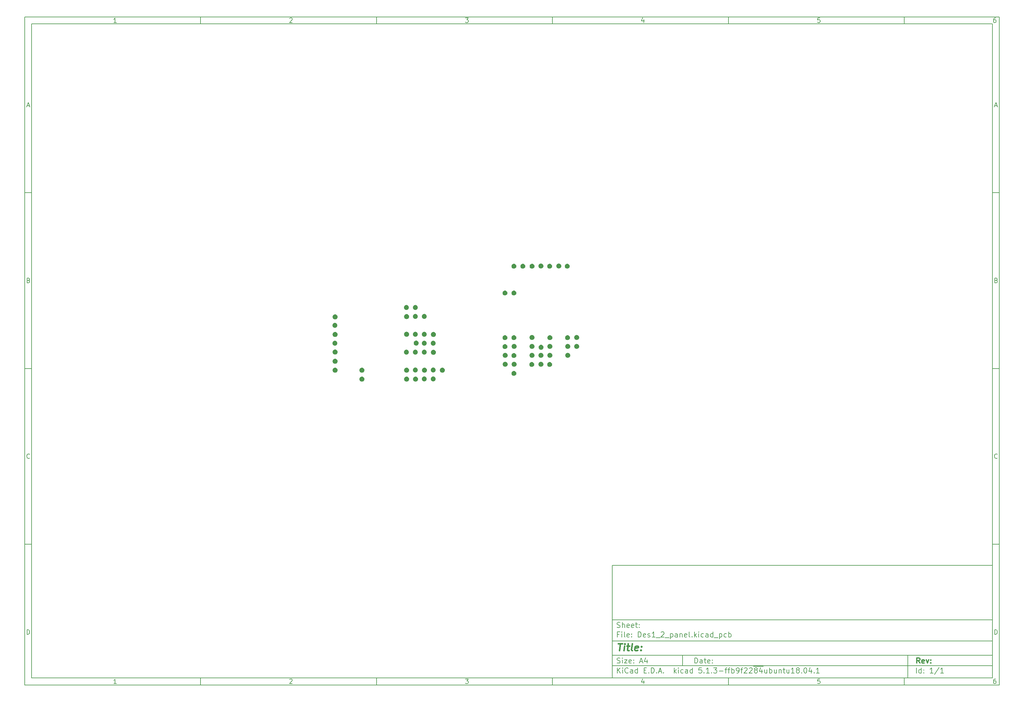
<source format=gbr>
%TF.GenerationSoftware,KiCad,Pcbnew,5.1.3-ffb9f22~84~ubuntu18.04.1*%
%TF.CreationDate,2019-07-26T17:01:45+03:00*%
%TF.ProjectId,Des1_2_panel,44657331-5f32-45f7-9061-6e656c2e6b69,rev?*%
%TF.SameCoordinates,Original*%
%TF.FileFunction,Soldermask,Bot*%
%TF.FilePolarity,Negative*%
%FSLAX45Y45*%
G04 Gerber Fmt 4.5, Leading zero omitted, Abs format (unit mm)*
G04 Created by KiCad (PCBNEW 5.1.3-ffb9f22~84~ubuntu18.04.1) date 2019-07-26 17:01:45*
%MOMM*%
%LPD*%
G04 APERTURE LIST*
%ADD10C,0.100000*%
%ADD11C,0.150000*%
%ADD12C,0.300000*%
%ADD13C,0.400000*%
G04 APERTURE END LIST*
D10*
D11*
X17700220Y-16600720D02*
X17700220Y-19800720D01*
X28500220Y-19800720D01*
X28500220Y-16600720D01*
X17700220Y-16600720D01*
D10*
D11*
X1000000Y-1000000D02*
X1000000Y-20000720D01*
X28700220Y-20000720D01*
X28700220Y-1000000D01*
X1000000Y-1000000D01*
D10*
D11*
X1200000Y-1200000D02*
X1200000Y-19800720D01*
X28500220Y-19800720D01*
X28500220Y-1200000D01*
X1200000Y-1200000D01*
D10*
D11*
X6000000Y-1200000D02*
X6000000Y-1000000D01*
D10*
D11*
X11000000Y-1200000D02*
X11000000Y-1000000D01*
D10*
D11*
X16000000Y-1200000D02*
X16000000Y-1000000D01*
D10*
D11*
X21000000Y-1200000D02*
X21000000Y-1000000D01*
D10*
D11*
X26000000Y-1200000D02*
X26000000Y-1000000D01*
D10*
D11*
X3606548Y-1158810D02*
X3532262Y-1158810D01*
X3569405Y-1158810D02*
X3569405Y-1028809D01*
X3557024Y-1047381D01*
X3544643Y-1059762D01*
X3532262Y-1065952D01*
D10*
D11*
X8532262Y-1041190D02*
X8538452Y-1035000D01*
X8550833Y-1028809D01*
X8581786Y-1028809D01*
X8594167Y-1035000D01*
X8600357Y-1041190D01*
X8606548Y-1053571D01*
X8606548Y-1065952D01*
X8600357Y-1084524D01*
X8526071Y-1158810D01*
X8606548Y-1158810D01*
D10*
D11*
X13526071Y-1028809D02*
X13606548Y-1028809D01*
X13563214Y-1078333D01*
X13581786Y-1078333D01*
X13594167Y-1084524D01*
X13600357Y-1090714D01*
X13606548Y-1103095D01*
X13606548Y-1134048D01*
X13600357Y-1146429D01*
X13594167Y-1152619D01*
X13581786Y-1158810D01*
X13544643Y-1158810D01*
X13532262Y-1152619D01*
X13526071Y-1146429D01*
D10*
D11*
X18594167Y-1072143D02*
X18594167Y-1158810D01*
X18563214Y-1022619D02*
X18532262Y-1115476D01*
X18612738Y-1115476D01*
D10*
D11*
X23600357Y-1028809D02*
X23538452Y-1028809D01*
X23532262Y-1090714D01*
X23538452Y-1084524D01*
X23550833Y-1078333D01*
X23581786Y-1078333D01*
X23594167Y-1084524D01*
X23600357Y-1090714D01*
X23606548Y-1103095D01*
X23606548Y-1134048D01*
X23600357Y-1146429D01*
X23594167Y-1152619D01*
X23581786Y-1158810D01*
X23550833Y-1158810D01*
X23538452Y-1152619D01*
X23532262Y-1146429D01*
D10*
D11*
X28594167Y-1028809D02*
X28569405Y-1028809D01*
X28557024Y-1035000D01*
X28550833Y-1041190D01*
X28538452Y-1059762D01*
X28532262Y-1084524D01*
X28532262Y-1134048D01*
X28538452Y-1146429D01*
X28544643Y-1152619D01*
X28557024Y-1158810D01*
X28581786Y-1158810D01*
X28594167Y-1152619D01*
X28600357Y-1146429D01*
X28606548Y-1134048D01*
X28606548Y-1103095D01*
X28600357Y-1090714D01*
X28594167Y-1084524D01*
X28581786Y-1078333D01*
X28557024Y-1078333D01*
X28544643Y-1084524D01*
X28538452Y-1090714D01*
X28532262Y-1103095D01*
D10*
D11*
X6000000Y-19800720D02*
X6000000Y-20000720D01*
D10*
D11*
X11000000Y-19800720D02*
X11000000Y-20000720D01*
D10*
D11*
X16000000Y-19800720D02*
X16000000Y-20000720D01*
D10*
D11*
X21000000Y-19800720D02*
X21000000Y-20000720D01*
D10*
D11*
X26000000Y-19800720D02*
X26000000Y-20000720D01*
D10*
D11*
X3606548Y-19959530D02*
X3532262Y-19959530D01*
X3569405Y-19959530D02*
X3569405Y-19829530D01*
X3557024Y-19848101D01*
X3544643Y-19860482D01*
X3532262Y-19866672D01*
D10*
D11*
X8532262Y-19841910D02*
X8538452Y-19835720D01*
X8550833Y-19829530D01*
X8581786Y-19829530D01*
X8594167Y-19835720D01*
X8600357Y-19841910D01*
X8606548Y-19854291D01*
X8606548Y-19866672D01*
X8600357Y-19885244D01*
X8526071Y-19959530D01*
X8606548Y-19959530D01*
D10*
D11*
X13526071Y-19829530D02*
X13606548Y-19829530D01*
X13563214Y-19879053D01*
X13581786Y-19879053D01*
X13594167Y-19885244D01*
X13600357Y-19891434D01*
X13606548Y-19903815D01*
X13606548Y-19934768D01*
X13600357Y-19947149D01*
X13594167Y-19953339D01*
X13581786Y-19959530D01*
X13544643Y-19959530D01*
X13532262Y-19953339D01*
X13526071Y-19947149D01*
D10*
D11*
X18594167Y-19872863D02*
X18594167Y-19959530D01*
X18563214Y-19823339D02*
X18532262Y-19916196D01*
X18612738Y-19916196D01*
D10*
D11*
X23600357Y-19829530D02*
X23538452Y-19829530D01*
X23532262Y-19891434D01*
X23538452Y-19885244D01*
X23550833Y-19879053D01*
X23581786Y-19879053D01*
X23594167Y-19885244D01*
X23600357Y-19891434D01*
X23606548Y-19903815D01*
X23606548Y-19934768D01*
X23600357Y-19947149D01*
X23594167Y-19953339D01*
X23581786Y-19959530D01*
X23550833Y-19959530D01*
X23538452Y-19953339D01*
X23532262Y-19947149D01*
D10*
D11*
X28594167Y-19829530D02*
X28569405Y-19829530D01*
X28557024Y-19835720D01*
X28550833Y-19841910D01*
X28538452Y-19860482D01*
X28532262Y-19885244D01*
X28532262Y-19934768D01*
X28538452Y-19947149D01*
X28544643Y-19953339D01*
X28557024Y-19959530D01*
X28581786Y-19959530D01*
X28594167Y-19953339D01*
X28600357Y-19947149D01*
X28606548Y-19934768D01*
X28606548Y-19903815D01*
X28600357Y-19891434D01*
X28594167Y-19885244D01*
X28581786Y-19879053D01*
X28557024Y-19879053D01*
X28544643Y-19885244D01*
X28538452Y-19891434D01*
X28532262Y-19903815D01*
D10*
D11*
X1000000Y-6000000D02*
X1200000Y-6000000D01*
D10*
D11*
X1000000Y-11000000D02*
X1200000Y-11000000D01*
D10*
D11*
X1000000Y-16000000D02*
X1200000Y-16000000D01*
D10*
D11*
X1069048Y-3521667D02*
X1130952Y-3521667D01*
X1056667Y-3558809D02*
X1100000Y-3428809D01*
X1143333Y-3558809D01*
D10*
D11*
X1109286Y-8490714D02*
X1127857Y-8496905D01*
X1134048Y-8503095D01*
X1140238Y-8515476D01*
X1140238Y-8534048D01*
X1134048Y-8546429D01*
X1127857Y-8552619D01*
X1115476Y-8558810D01*
X1065952Y-8558810D01*
X1065952Y-8428810D01*
X1109286Y-8428810D01*
X1121667Y-8435000D01*
X1127857Y-8441190D01*
X1134048Y-8453571D01*
X1134048Y-8465952D01*
X1127857Y-8478333D01*
X1121667Y-8484524D01*
X1109286Y-8490714D01*
X1065952Y-8490714D01*
D10*
D11*
X1140238Y-13546428D02*
X1134048Y-13552619D01*
X1115476Y-13558809D01*
X1103095Y-13558809D01*
X1084524Y-13552619D01*
X1072143Y-13540238D01*
X1065952Y-13527857D01*
X1059762Y-13503095D01*
X1059762Y-13484524D01*
X1065952Y-13459762D01*
X1072143Y-13447381D01*
X1084524Y-13435000D01*
X1103095Y-13428809D01*
X1115476Y-13428809D01*
X1134048Y-13435000D01*
X1140238Y-13441190D01*
D10*
D11*
X1065952Y-18558810D02*
X1065952Y-18428810D01*
X1096905Y-18428810D01*
X1115476Y-18435000D01*
X1127857Y-18447381D01*
X1134048Y-18459762D01*
X1140238Y-18484524D01*
X1140238Y-18503095D01*
X1134048Y-18527857D01*
X1127857Y-18540238D01*
X1115476Y-18552619D01*
X1096905Y-18558810D01*
X1065952Y-18558810D01*
D10*
D11*
X28700220Y-6000000D02*
X28500220Y-6000000D01*
D10*
D11*
X28700220Y-11000000D02*
X28500220Y-11000000D01*
D10*
D11*
X28700220Y-16000000D02*
X28500220Y-16000000D01*
D10*
D11*
X28569268Y-3521667D02*
X28631172Y-3521667D01*
X28556887Y-3558809D02*
X28600220Y-3428809D01*
X28643553Y-3558809D01*
D10*
D11*
X28609506Y-8490714D02*
X28628077Y-8496905D01*
X28634268Y-8503095D01*
X28640458Y-8515476D01*
X28640458Y-8534048D01*
X28634268Y-8546429D01*
X28628077Y-8552619D01*
X28615696Y-8558810D01*
X28566172Y-8558810D01*
X28566172Y-8428810D01*
X28609506Y-8428810D01*
X28621887Y-8435000D01*
X28628077Y-8441190D01*
X28634268Y-8453571D01*
X28634268Y-8465952D01*
X28628077Y-8478333D01*
X28621887Y-8484524D01*
X28609506Y-8490714D01*
X28566172Y-8490714D01*
D10*
D11*
X28640458Y-13546428D02*
X28634268Y-13552619D01*
X28615696Y-13558809D01*
X28603315Y-13558809D01*
X28584744Y-13552619D01*
X28572363Y-13540238D01*
X28566172Y-13527857D01*
X28559982Y-13503095D01*
X28559982Y-13484524D01*
X28566172Y-13459762D01*
X28572363Y-13447381D01*
X28584744Y-13435000D01*
X28603315Y-13428809D01*
X28615696Y-13428809D01*
X28634268Y-13435000D01*
X28640458Y-13441190D01*
D10*
D11*
X28566172Y-18558810D02*
X28566172Y-18428810D01*
X28597125Y-18428810D01*
X28615696Y-18435000D01*
X28628077Y-18447381D01*
X28634268Y-18459762D01*
X28640458Y-18484524D01*
X28640458Y-18503095D01*
X28634268Y-18527857D01*
X28628077Y-18540238D01*
X28615696Y-18552619D01*
X28597125Y-18558810D01*
X28566172Y-18558810D01*
D10*
D11*
X20043434Y-19378577D02*
X20043434Y-19228577D01*
X20079149Y-19228577D01*
X20100577Y-19235720D01*
X20114863Y-19250006D01*
X20122006Y-19264291D01*
X20129149Y-19292863D01*
X20129149Y-19314291D01*
X20122006Y-19342863D01*
X20114863Y-19357149D01*
X20100577Y-19371434D01*
X20079149Y-19378577D01*
X20043434Y-19378577D01*
X20257720Y-19378577D02*
X20257720Y-19300006D01*
X20250577Y-19285720D01*
X20236291Y-19278577D01*
X20207720Y-19278577D01*
X20193434Y-19285720D01*
X20257720Y-19371434D02*
X20243434Y-19378577D01*
X20207720Y-19378577D01*
X20193434Y-19371434D01*
X20186291Y-19357149D01*
X20186291Y-19342863D01*
X20193434Y-19328577D01*
X20207720Y-19321434D01*
X20243434Y-19321434D01*
X20257720Y-19314291D01*
X20307720Y-19278577D02*
X20364863Y-19278577D01*
X20329149Y-19228577D02*
X20329149Y-19357149D01*
X20336291Y-19371434D01*
X20350577Y-19378577D01*
X20364863Y-19378577D01*
X20472006Y-19371434D02*
X20457720Y-19378577D01*
X20429149Y-19378577D01*
X20414863Y-19371434D01*
X20407720Y-19357149D01*
X20407720Y-19300006D01*
X20414863Y-19285720D01*
X20429149Y-19278577D01*
X20457720Y-19278577D01*
X20472006Y-19285720D01*
X20479149Y-19300006D01*
X20479149Y-19314291D01*
X20407720Y-19328577D01*
X20543434Y-19364291D02*
X20550577Y-19371434D01*
X20543434Y-19378577D01*
X20536291Y-19371434D01*
X20543434Y-19364291D01*
X20543434Y-19378577D01*
X20543434Y-19285720D02*
X20550577Y-19292863D01*
X20543434Y-19300006D01*
X20536291Y-19292863D01*
X20543434Y-19285720D01*
X20543434Y-19300006D01*
D10*
D11*
X17700220Y-19450720D02*
X28500220Y-19450720D01*
D10*
D11*
X17843434Y-19658577D02*
X17843434Y-19508577D01*
X17929149Y-19658577D02*
X17864863Y-19572863D01*
X17929149Y-19508577D02*
X17843434Y-19594291D01*
X17993434Y-19658577D02*
X17993434Y-19558577D01*
X17993434Y-19508577D02*
X17986291Y-19515720D01*
X17993434Y-19522863D01*
X18000577Y-19515720D01*
X17993434Y-19508577D01*
X17993434Y-19522863D01*
X18150577Y-19644291D02*
X18143434Y-19651434D01*
X18122006Y-19658577D01*
X18107720Y-19658577D01*
X18086291Y-19651434D01*
X18072006Y-19637149D01*
X18064863Y-19622863D01*
X18057720Y-19594291D01*
X18057720Y-19572863D01*
X18064863Y-19544291D01*
X18072006Y-19530006D01*
X18086291Y-19515720D01*
X18107720Y-19508577D01*
X18122006Y-19508577D01*
X18143434Y-19515720D01*
X18150577Y-19522863D01*
X18279149Y-19658577D02*
X18279149Y-19580006D01*
X18272006Y-19565720D01*
X18257720Y-19558577D01*
X18229149Y-19558577D01*
X18214863Y-19565720D01*
X18279149Y-19651434D02*
X18264863Y-19658577D01*
X18229149Y-19658577D01*
X18214863Y-19651434D01*
X18207720Y-19637149D01*
X18207720Y-19622863D01*
X18214863Y-19608577D01*
X18229149Y-19601434D01*
X18264863Y-19601434D01*
X18279149Y-19594291D01*
X18414863Y-19658577D02*
X18414863Y-19508577D01*
X18414863Y-19651434D02*
X18400577Y-19658577D01*
X18372006Y-19658577D01*
X18357720Y-19651434D01*
X18350577Y-19644291D01*
X18343434Y-19630006D01*
X18343434Y-19587149D01*
X18350577Y-19572863D01*
X18357720Y-19565720D01*
X18372006Y-19558577D01*
X18400577Y-19558577D01*
X18414863Y-19565720D01*
X18600577Y-19580006D02*
X18650577Y-19580006D01*
X18672006Y-19658577D02*
X18600577Y-19658577D01*
X18600577Y-19508577D01*
X18672006Y-19508577D01*
X18736291Y-19644291D02*
X18743434Y-19651434D01*
X18736291Y-19658577D01*
X18729149Y-19651434D01*
X18736291Y-19644291D01*
X18736291Y-19658577D01*
X18807720Y-19658577D02*
X18807720Y-19508577D01*
X18843434Y-19508577D01*
X18864863Y-19515720D01*
X18879149Y-19530006D01*
X18886291Y-19544291D01*
X18893434Y-19572863D01*
X18893434Y-19594291D01*
X18886291Y-19622863D01*
X18879149Y-19637149D01*
X18864863Y-19651434D01*
X18843434Y-19658577D01*
X18807720Y-19658577D01*
X18957720Y-19644291D02*
X18964863Y-19651434D01*
X18957720Y-19658577D01*
X18950577Y-19651434D01*
X18957720Y-19644291D01*
X18957720Y-19658577D01*
X19022006Y-19615720D02*
X19093434Y-19615720D01*
X19007720Y-19658577D02*
X19057720Y-19508577D01*
X19107720Y-19658577D01*
X19157720Y-19644291D02*
X19164863Y-19651434D01*
X19157720Y-19658577D01*
X19150577Y-19651434D01*
X19157720Y-19644291D01*
X19157720Y-19658577D01*
X19457720Y-19658577D02*
X19457720Y-19508577D01*
X19472006Y-19601434D02*
X19514863Y-19658577D01*
X19514863Y-19558577D02*
X19457720Y-19615720D01*
X19579149Y-19658577D02*
X19579149Y-19558577D01*
X19579149Y-19508577D02*
X19572006Y-19515720D01*
X19579149Y-19522863D01*
X19586291Y-19515720D01*
X19579149Y-19508577D01*
X19579149Y-19522863D01*
X19714863Y-19651434D02*
X19700577Y-19658577D01*
X19672006Y-19658577D01*
X19657720Y-19651434D01*
X19650577Y-19644291D01*
X19643434Y-19630006D01*
X19643434Y-19587149D01*
X19650577Y-19572863D01*
X19657720Y-19565720D01*
X19672006Y-19558577D01*
X19700577Y-19558577D01*
X19714863Y-19565720D01*
X19843434Y-19658577D02*
X19843434Y-19580006D01*
X19836291Y-19565720D01*
X19822006Y-19558577D01*
X19793434Y-19558577D01*
X19779149Y-19565720D01*
X19843434Y-19651434D02*
X19829149Y-19658577D01*
X19793434Y-19658577D01*
X19779149Y-19651434D01*
X19772006Y-19637149D01*
X19772006Y-19622863D01*
X19779149Y-19608577D01*
X19793434Y-19601434D01*
X19829149Y-19601434D01*
X19843434Y-19594291D01*
X19979149Y-19658577D02*
X19979149Y-19508577D01*
X19979149Y-19651434D02*
X19964863Y-19658577D01*
X19936291Y-19658577D01*
X19922006Y-19651434D01*
X19914863Y-19644291D01*
X19907720Y-19630006D01*
X19907720Y-19587149D01*
X19914863Y-19572863D01*
X19922006Y-19565720D01*
X19936291Y-19558577D01*
X19964863Y-19558577D01*
X19979149Y-19565720D01*
X20236291Y-19508577D02*
X20164863Y-19508577D01*
X20157720Y-19580006D01*
X20164863Y-19572863D01*
X20179149Y-19565720D01*
X20214863Y-19565720D01*
X20229149Y-19572863D01*
X20236291Y-19580006D01*
X20243434Y-19594291D01*
X20243434Y-19630006D01*
X20236291Y-19644291D01*
X20229149Y-19651434D01*
X20214863Y-19658577D01*
X20179149Y-19658577D01*
X20164863Y-19651434D01*
X20157720Y-19644291D01*
X20307720Y-19644291D02*
X20314863Y-19651434D01*
X20307720Y-19658577D01*
X20300577Y-19651434D01*
X20307720Y-19644291D01*
X20307720Y-19658577D01*
X20457720Y-19658577D02*
X20372006Y-19658577D01*
X20414863Y-19658577D02*
X20414863Y-19508577D01*
X20400577Y-19530006D01*
X20386291Y-19544291D01*
X20372006Y-19551434D01*
X20522006Y-19644291D02*
X20529149Y-19651434D01*
X20522006Y-19658577D01*
X20514863Y-19651434D01*
X20522006Y-19644291D01*
X20522006Y-19658577D01*
X20579149Y-19508577D02*
X20672006Y-19508577D01*
X20622006Y-19565720D01*
X20643434Y-19565720D01*
X20657720Y-19572863D01*
X20664863Y-19580006D01*
X20672006Y-19594291D01*
X20672006Y-19630006D01*
X20664863Y-19644291D01*
X20657720Y-19651434D01*
X20643434Y-19658577D01*
X20600577Y-19658577D01*
X20586291Y-19651434D01*
X20579149Y-19644291D01*
X20736291Y-19601434D02*
X20850577Y-19601434D01*
X20900577Y-19558577D02*
X20957720Y-19558577D01*
X20922006Y-19658577D02*
X20922006Y-19530006D01*
X20929149Y-19515720D01*
X20943434Y-19508577D01*
X20957720Y-19508577D01*
X20986291Y-19558577D02*
X21043434Y-19558577D01*
X21007720Y-19658577D02*
X21007720Y-19530006D01*
X21014863Y-19515720D01*
X21029149Y-19508577D01*
X21043434Y-19508577D01*
X21093434Y-19658577D02*
X21093434Y-19508577D01*
X21093434Y-19565720D02*
X21107720Y-19558577D01*
X21136291Y-19558577D01*
X21150577Y-19565720D01*
X21157720Y-19572863D01*
X21164863Y-19587149D01*
X21164863Y-19630006D01*
X21157720Y-19644291D01*
X21150577Y-19651434D01*
X21136291Y-19658577D01*
X21107720Y-19658577D01*
X21093434Y-19651434D01*
X21236291Y-19658577D02*
X21264863Y-19658577D01*
X21279149Y-19651434D01*
X21286291Y-19644291D01*
X21300577Y-19622863D01*
X21307720Y-19594291D01*
X21307720Y-19537149D01*
X21300577Y-19522863D01*
X21293434Y-19515720D01*
X21279149Y-19508577D01*
X21250577Y-19508577D01*
X21236291Y-19515720D01*
X21229149Y-19522863D01*
X21222006Y-19537149D01*
X21222006Y-19572863D01*
X21229149Y-19587149D01*
X21236291Y-19594291D01*
X21250577Y-19601434D01*
X21279149Y-19601434D01*
X21293434Y-19594291D01*
X21300577Y-19587149D01*
X21307720Y-19572863D01*
X21350577Y-19558577D02*
X21407720Y-19558577D01*
X21372006Y-19658577D02*
X21372006Y-19530006D01*
X21379149Y-19515720D01*
X21393434Y-19508577D01*
X21407720Y-19508577D01*
X21450577Y-19522863D02*
X21457720Y-19515720D01*
X21472006Y-19508577D01*
X21507720Y-19508577D01*
X21522006Y-19515720D01*
X21529149Y-19522863D01*
X21536291Y-19537149D01*
X21536291Y-19551434D01*
X21529149Y-19572863D01*
X21443434Y-19658577D01*
X21536291Y-19658577D01*
X21593434Y-19522863D02*
X21600577Y-19515720D01*
X21614863Y-19508577D01*
X21650577Y-19508577D01*
X21664863Y-19515720D01*
X21672006Y-19522863D01*
X21679149Y-19537149D01*
X21679149Y-19551434D01*
X21672006Y-19572863D01*
X21586291Y-19658577D01*
X21679149Y-19658577D01*
X21707720Y-19467720D02*
X21850577Y-19467720D01*
X21764863Y-19572863D02*
X21750577Y-19565720D01*
X21743434Y-19558577D01*
X21736291Y-19544291D01*
X21736291Y-19537149D01*
X21743434Y-19522863D01*
X21750577Y-19515720D01*
X21764863Y-19508577D01*
X21793434Y-19508577D01*
X21807720Y-19515720D01*
X21814863Y-19522863D01*
X21822006Y-19537149D01*
X21822006Y-19544291D01*
X21814863Y-19558577D01*
X21807720Y-19565720D01*
X21793434Y-19572863D01*
X21764863Y-19572863D01*
X21750577Y-19580006D01*
X21743434Y-19587149D01*
X21736291Y-19601434D01*
X21736291Y-19630006D01*
X21743434Y-19644291D01*
X21750577Y-19651434D01*
X21764863Y-19658577D01*
X21793434Y-19658577D01*
X21807720Y-19651434D01*
X21814863Y-19644291D01*
X21822006Y-19630006D01*
X21822006Y-19601434D01*
X21814863Y-19587149D01*
X21807720Y-19580006D01*
X21793434Y-19572863D01*
X21850577Y-19467720D02*
X21993434Y-19467720D01*
X21950577Y-19558577D02*
X21950577Y-19658577D01*
X21914863Y-19501434D02*
X21879149Y-19608577D01*
X21972006Y-19608577D01*
X22093434Y-19558577D02*
X22093434Y-19658577D01*
X22029149Y-19558577D02*
X22029149Y-19637149D01*
X22036291Y-19651434D01*
X22050577Y-19658577D01*
X22072006Y-19658577D01*
X22086291Y-19651434D01*
X22093434Y-19644291D01*
X22164863Y-19658577D02*
X22164863Y-19508577D01*
X22164863Y-19565720D02*
X22179149Y-19558577D01*
X22207720Y-19558577D01*
X22222006Y-19565720D01*
X22229149Y-19572863D01*
X22236291Y-19587149D01*
X22236291Y-19630006D01*
X22229149Y-19644291D01*
X22222006Y-19651434D01*
X22207720Y-19658577D01*
X22179149Y-19658577D01*
X22164863Y-19651434D01*
X22364863Y-19558577D02*
X22364863Y-19658577D01*
X22300577Y-19558577D02*
X22300577Y-19637149D01*
X22307720Y-19651434D01*
X22322006Y-19658577D01*
X22343434Y-19658577D01*
X22357720Y-19651434D01*
X22364863Y-19644291D01*
X22436291Y-19558577D02*
X22436291Y-19658577D01*
X22436291Y-19572863D02*
X22443434Y-19565720D01*
X22457720Y-19558577D01*
X22479148Y-19558577D01*
X22493434Y-19565720D01*
X22500577Y-19580006D01*
X22500577Y-19658577D01*
X22550577Y-19558577D02*
X22607720Y-19558577D01*
X22572006Y-19508577D02*
X22572006Y-19637149D01*
X22579148Y-19651434D01*
X22593434Y-19658577D01*
X22607720Y-19658577D01*
X22722006Y-19558577D02*
X22722006Y-19658577D01*
X22657720Y-19558577D02*
X22657720Y-19637149D01*
X22664863Y-19651434D01*
X22679148Y-19658577D01*
X22700577Y-19658577D01*
X22714863Y-19651434D01*
X22722006Y-19644291D01*
X22872006Y-19658577D02*
X22786291Y-19658577D01*
X22829148Y-19658577D02*
X22829148Y-19508577D01*
X22814863Y-19530006D01*
X22800577Y-19544291D01*
X22786291Y-19551434D01*
X22957720Y-19572863D02*
X22943434Y-19565720D01*
X22936291Y-19558577D01*
X22929148Y-19544291D01*
X22929148Y-19537149D01*
X22936291Y-19522863D01*
X22943434Y-19515720D01*
X22957720Y-19508577D01*
X22986291Y-19508577D01*
X23000577Y-19515720D01*
X23007720Y-19522863D01*
X23014863Y-19537149D01*
X23014863Y-19544291D01*
X23007720Y-19558577D01*
X23000577Y-19565720D01*
X22986291Y-19572863D01*
X22957720Y-19572863D01*
X22943434Y-19580006D01*
X22936291Y-19587149D01*
X22929148Y-19601434D01*
X22929148Y-19630006D01*
X22936291Y-19644291D01*
X22943434Y-19651434D01*
X22957720Y-19658577D01*
X22986291Y-19658577D01*
X23000577Y-19651434D01*
X23007720Y-19644291D01*
X23014863Y-19630006D01*
X23014863Y-19601434D01*
X23007720Y-19587149D01*
X23000577Y-19580006D01*
X22986291Y-19572863D01*
X23079148Y-19644291D02*
X23086291Y-19651434D01*
X23079148Y-19658577D01*
X23072006Y-19651434D01*
X23079148Y-19644291D01*
X23079148Y-19658577D01*
X23179148Y-19508577D02*
X23193434Y-19508577D01*
X23207720Y-19515720D01*
X23214863Y-19522863D01*
X23222006Y-19537149D01*
X23229148Y-19565720D01*
X23229148Y-19601434D01*
X23222006Y-19630006D01*
X23214863Y-19644291D01*
X23207720Y-19651434D01*
X23193434Y-19658577D01*
X23179148Y-19658577D01*
X23164863Y-19651434D01*
X23157720Y-19644291D01*
X23150577Y-19630006D01*
X23143434Y-19601434D01*
X23143434Y-19565720D01*
X23150577Y-19537149D01*
X23157720Y-19522863D01*
X23164863Y-19515720D01*
X23179148Y-19508577D01*
X23357720Y-19558577D02*
X23357720Y-19658577D01*
X23322006Y-19501434D02*
X23286291Y-19608577D01*
X23379148Y-19608577D01*
X23436291Y-19644291D02*
X23443434Y-19651434D01*
X23436291Y-19658577D01*
X23429148Y-19651434D01*
X23436291Y-19644291D01*
X23436291Y-19658577D01*
X23586291Y-19658577D02*
X23500577Y-19658577D01*
X23543434Y-19658577D02*
X23543434Y-19508577D01*
X23529148Y-19530006D01*
X23514863Y-19544291D01*
X23500577Y-19551434D01*
D10*
D11*
X17700220Y-19150720D02*
X28500220Y-19150720D01*
D10*
D12*
X26441148Y-19378577D02*
X26391148Y-19307149D01*
X26355434Y-19378577D02*
X26355434Y-19228577D01*
X26412577Y-19228577D01*
X26426863Y-19235720D01*
X26434006Y-19242863D01*
X26441148Y-19257149D01*
X26441148Y-19278577D01*
X26434006Y-19292863D01*
X26426863Y-19300006D01*
X26412577Y-19307149D01*
X26355434Y-19307149D01*
X26562577Y-19371434D02*
X26548291Y-19378577D01*
X26519720Y-19378577D01*
X26505434Y-19371434D01*
X26498291Y-19357149D01*
X26498291Y-19300006D01*
X26505434Y-19285720D01*
X26519720Y-19278577D01*
X26548291Y-19278577D01*
X26562577Y-19285720D01*
X26569720Y-19300006D01*
X26569720Y-19314291D01*
X26498291Y-19328577D01*
X26619720Y-19278577D02*
X26655434Y-19378577D01*
X26691148Y-19278577D01*
X26748291Y-19364291D02*
X26755434Y-19371434D01*
X26748291Y-19378577D01*
X26741148Y-19371434D01*
X26748291Y-19364291D01*
X26748291Y-19378577D01*
X26748291Y-19285720D02*
X26755434Y-19292863D01*
X26748291Y-19300006D01*
X26741148Y-19292863D01*
X26748291Y-19285720D01*
X26748291Y-19300006D01*
D10*
D11*
X17836291Y-19371434D02*
X17857720Y-19378577D01*
X17893434Y-19378577D01*
X17907720Y-19371434D01*
X17914863Y-19364291D01*
X17922006Y-19350006D01*
X17922006Y-19335720D01*
X17914863Y-19321434D01*
X17907720Y-19314291D01*
X17893434Y-19307149D01*
X17864863Y-19300006D01*
X17850577Y-19292863D01*
X17843434Y-19285720D01*
X17836291Y-19271434D01*
X17836291Y-19257149D01*
X17843434Y-19242863D01*
X17850577Y-19235720D01*
X17864863Y-19228577D01*
X17900577Y-19228577D01*
X17922006Y-19235720D01*
X17986291Y-19378577D02*
X17986291Y-19278577D01*
X17986291Y-19228577D02*
X17979149Y-19235720D01*
X17986291Y-19242863D01*
X17993434Y-19235720D01*
X17986291Y-19228577D01*
X17986291Y-19242863D01*
X18043434Y-19278577D02*
X18122006Y-19278577D01*
X18043434Y-19378577D01*
X18122006Y-19378577D01*
X18236291Y-19371434D02*
X18222006Y-19378577D01*
X18193434Y-19378577D01*
X18179149Y-19371434D01*
X18172006Y-19357149D01*
X18172006Y-19300006D01*
X18179149Y-19285720D01*
X18193434Y-19278577D01*
X18222006Y-19278577D01*
X18236291Y-19285720D01*
X18243434Y-19300006D01*
X18243434Y-19314291D01*
X18172006Y-19328577D01*
X18307720Y-19364291D02*
X18314863Y-19371434D01*
X18307720Y-19378577D01*
X18300577Y-19371434D01*
X18307720Y-19364291D01*
X18307720Y-19378577D01*
X18307720Y-19285720D02*
X18314863Y-19292863D01*
X18307720Y-19300006D01*
X18300577Y-19292863D01*
X18307720Y-19285720D01*
X18307720Y-19300006D01*
X18486291Y-19335720D02*
X18557720Y-19335720D01*
X18472006Y-19378577D02*
X18522006Y-19228577D01*
X18572006Y-19378577D01*
X18686291Y-19278577D02*
X18686291Y-19378577D01*
X18650577Y-19221434D02*
X18614863Y-19328577D01*
X18707720Y-19328577D01*
D10*
D11*
X26343434Y-19658577D02*
X26343434Y-19508577D01*
X26479148Y-19658577D02*
X26479148Y-19508577D01*
X26479148Y-19651434D02*
X26464863Y-19658577D01*
X26436291Y-19658577D01*
X26422006Y-19651434D01*
X26414863Y-19644291D01*
X26407720Y-19630006D01*
X26407720Y-19587149D01*
X26414863Y-19572863D01*
X26422006Y-19565720D01*
X26436291Y-19558577D01*
X26464863Y-19558577D01*
X26479148Y-19565720D01*
X26550577Y-19644291D02*
X26557720Y-19651434D01*
X26550577Y-19658577D01*
X26543434Y-19651434D01*
X26550577Y-19644291D01*
X26550577Y-19658577D01*
X26550577Y-19565720D02*
X26557720Y-19572863D01*
X26550577Y-19580006D01*
X26543434Y-19572863D01*
X26550577Y-19565720D01*
X26550577Y-19580006D01*
X26814863Y-19658577D02*
X26729148Y-19658577D01*
X26772006Y-19658577D02*
X26772006Y-19508577D01*
X26757720Y-19530006D01*
X26743434Y-19544291D01*
X26729148Y-19551434D01*
X26986291Y-19501434D02*
X26857720Y-19694291D01*
X27114863Y-19658577D02*
X27029148Y-19658577D01*
X27072006Y-19658577D02*
X27072006Y-19508577D01*
X27057720Y-19530006D01*
X27043434Y-19544291D01*
X27029148Y-19551434D01*
D10*
D11*
X17700220Y-18750720D02*
X28500220Y-18750720D01*
D10*
D13*
X17871458Y-18821196D02*
X17985744Y-18821196D01*
X17903601Y-19021196D02*
X17928601Y-18821196D01*
X18027410Y-19021196D02*
X18044077Y-18887863D01*
X18052410Y-18821196D02*
X18041696Y-18830720D01*
X18050030Y-18840244D01*
X18060744Y-18830720D01*
X18052410Y-18821196D01*
X18050030Y-18840244D01*
X18110744Y-18887863D02*
X18186934Y-18887863D01*
X18147649Y-18821196D02*
X18126220Y-18992625D01*
X18133363Y-19011672D01*
X18151220Y-19021196D01*
X18170268Y-19021196D01*
X18265506Y-19021196D02*
X18247649Y-19011672D01*
X18240506Y-18992625D01*
X18261934Y-18821196D01*
X18419077Y-19011672D02*
X18398839Y-19021196D01*
X18360744Y-19021196D01*
X18342887Y-19011672D01*
X18335744Y-18992625D01*
X18345268Y-18916434D01*
X18357172Y-18897387D01*
X18377410Y-18887863D01*
X18415506Y-18887863D01*
X18433363Y-18897387D01*
X18440506Y-18916434D01*
X18438125Y-18935482D01*
X18340506Y-18954530D01*
X18515506Y-19002149D02*
X18523839Y-19011672D01*
X18513125Y-19021196D01*
X18504791Y-19011672D01*
X18515506Y-19002149D01*
X18513125Y-19021196D01*
X18528601Y-18897387D02*
X18536934Y-18906910D01*
X18526220Y-18916434D01*
X18517887Y-18906910D01*
X18528601Y-18897387D01*
X18526220Y-18916434D01*
D10*
D11*
X17893434Y-18560006D02*
X17843434Y-18560006D01*
X17843434Y-18638577D02*
X17843434Y-18488577D01*
X17914863Y-18488577D01*
X17972006Y-18638577D02*
X17972006Y-18538577D01*
X17972006Y-18488577D02*
X17964863Y-18495720D01*
X17972006Y-18502863D01*
X17979149Y-18495720D01*
X17972006Y-18488577D01*
X17972006Y-18502863D01*
X18064863Y-18638577D02*
X18050577Y-18631434D01*
X18043434Y-18617149D01*
X18043434Y-18488577D01*
X18179149Y-18631434D02*
X18164863Y-18638577D01*
X18136291Y-18638577D01*
X18122006Y-18631434D01*
X18114863Y-18617149D01*
X18114863Y-18560006D01*
X18122006Y-18545720D01*
X18136291Y-18538577D01*
X18164863Y-18538577D01*
X18179149Y-18545720D01*
X18186291Y-18560006D01*
X18186291Y-18574291D01*
X18114863Y-18588577D01*
X18250577Y-18624291D02*
X18257720Y-18631434D01*
X18250577Y-18638577D01*
X18243434Y-18631434D01*
X18250577Y-18624291D01*
X18250577Y-18638577D01*
X18250577Y-18545720D02*
X18257720Y-18552863D01*
X18250577Y-18560006D01*
X18243434Y-18552863D01*
X18250577Y-18545720D01*
X18250577Y-18560006D01*
X18436291Y-18638577D02*
X18436291Y-18488577D01*
X18472006Y-18488577D01*
X18493434Y-18495720D01*
X18507720Y-18510006D01*
X18514863Y-18524291D01*
X18522006Y-18552863D01*
X18522006Y-18574291D01*
X18514863Y-18602863D01*
X18507720Y-18617149D01*
X18493434Y-18631434D01*
X18472006Y-18638577D01*
X18436291Y-18638577D01*
X18643434Y-18631434D02*
X18629149Y-18638577D01*
X18600577Y-18638577D01*
X18586291Y-18631434D01*
X18579149Y-18617149D01*
X18579149Y-18560006D01*
X18586291Y-18545720D01*
X18600577Y-18538577D01*
X18629149Y-18538577D01*
X18643434Y-18545720D01*
X18650577Y-18560006D01*
X18650577Y-18574291D01*
X18579149Y-18588577D01*
X18707720Y-18631434D02*
X18722006Y-18638577D01*
X18750577Y-18638577D01*
X18764863Y-18631434D01*
X18772006Y-18617149D01*
X18772006Y-18610006D01*
X18764863Y-18595720D01*
X18750577Y-18588577D01*
X18729149Y-18588577D01*
X18714863Y-18581434D01*
X18707720Y-18567149D01*
X18707720Y-18560006D01*
X18714863Y-18545720D01*
X18729149Y-18538577D01*
X18750577Y-18538577D01*
X18764863Y-18545720D01*
X18914863Y-18638577D02*
X18829149Y-18638577D01*
X18872006Y-18638577D02*
X18872006Y-18488577D01*
X18857720Y-18510006D01*
X18843434Y-18524291D01*
X18829149Y-18531434D01*
X18943434Y-18652863D02*
X19057720Y-18652863D01*
X19086291Y-18502863D02*
X19093434Y-18495720D01*
X19107720Y-18488577D01*
X19143434Y-18488577D01*
X19157720Y-18495720D01*
X19164863Y-18502863D01*
X19172006Y-18517149D01*
X19172006Y-18531434D01*
X19164863Y-18552863D01*
X19079149Y-18638577D01*
X19172006Y-18638577D01*
X19200577Y-18652863D02*
X19314863Y-18652863D01*
X19350577Y-18538577D02*
X19350577Y-18688577D01*
X19350577Y-18545720D02*
X19364863Y-18538577D01*
X19393434Y-18538577D01*
X19407720Y-18545720D01*
X19414863Y-18552863D01*
X19422006Y-18567149D01*
X19422006Y-18610006D01*
X19414863Y-18624291D01*
X19407720Y-18631434D01*
X19393434Y-18638577D01*
X19364863Y-18638577D01*
X19350577Y-18631434D01*
X19550577Y-18638577D02*
X19550577Y-18560006D01*
X19543434Y-18545720D01*
X19529149Y-18538577D01*
X19500577Y-18538577D01*
X19486291Y-18545720D01*
X19550577Y-18631434D02*
X19536291Y-18638577D01*
X19500577Y-18638577D01*
X19486291Y-18631434D01*
X19479149Y-18617149D01*
X19479149Y-18602863D01*
X19486291Y-18588577D01*
X19500577Y-18581434D01*
X19536291Y-18581434D01*
X19550577Y-18574291D01*
X19622006Y-18538577D02*
X19622006Y-18638577D01*
X19622006Y-18552863D02*
X19629149Y-18545720D01*
X19643434Y-18538577D01*
X19664863Y-18538577D01*
X19679149Y-18545720D01*
X19686291Y-18560006D01*
X19686291Y-18638577D01*
X19814863Y-18631434D02*
X19800577Y-18638577D01*
X19772006Y-18638577D01*
X19757720Y-18631434D01*
X19750577Y-18617149D01*
X19750577Y-18560006D01*
X19757720Y-18545720D01*
X19772006Y-18538577D01*
X19800577Y-18538577D01*
X19814863Y-18545720D01*
X19822006Y-18560006D01*
X19822006Y-18574291D01*
X19750577Y-18588577D01*
X19907720Y-18638577D02*
X19893434Y-18631434D01*
X19886291Y-18617149D01*
X19886291Y-18488577D01*
X19964863Y-18624291D02*
X19972006Y-18631434D01*
X19964863Y-18638577D01*
X19957720Y-18631434D01*
X19964863Y-18624291D01*
X19964863Y-18638577D01*
X20036291Y-18638577D02*
X20036291Y-18488577D01*
X20050577Y-18581434D02*
X20093434Y-18638577D01*
X20093434Y-18538577D02*
X20036291Y-18595720D01*
X20157720Y-18638577D02*
X20157720Y-18538577D01*
X20157720Y-18488577D02*
X20150577Y-18495720D01*
X20157720Y-18502863D01*
X20164863Y-18495720D01*
X20157720Y-18488577D01*
X20157720Y-18502863D01*
X20293434Y-18631434D02*
X20279149Y-18638577D01*
X20250577Y-18638577D01*
X20236291Y-18631434D01*
X20229149Y-18624291D01*
X20222006Y-18610006D01*
X20222006Y-18567149D01*
X20229149Y-18552863D01*
X20236291Y-18545720D01*
X20250577Y-18538577D01*
X20279149Y-18538577D01*
X20293434Y-18545720D01*
X20422006Y-18638577D02*
X20422006Y-18560006D01*
X20414863Y-18545720D01*
X20400577Y-18538577D01*
X20372006Y-18538577D01*
X20357720Y-18545720D01*
X20422006Y-18631434D02*
X20407720Y-18638577D01*
X20372006Y-18638577D01*
X20357720Y-18631434D01*
X20350577Y-18617149D01*
X20350577Y-18602863D01*
X20357720Y-18588577D01*
X20372006Y-18581434D01*
X20407720Y-18581434D01*
X20422006Y-18574291D01*
X20557720Y-18638577D02*
X20557720Y-18488577D01*
X20557720Y-18631434D02*
X20543434Y-18638577D01*
X20514863Y-18638577D01*
X20500577Y-18631434D01*
X20493434Y-18624291D01*
X20486291Y-18610006D01*
X20486291Y-18567149D01*
X20493434Y-18552863D01*
X20500577Y-18545720D01*
X20514863Y-18538577D01*
X20543434Y-18538577D01*
X20557720Y-18545720D01*
X20593434Y-18652863D02*
X20707720Y-18652863D01*
X20743434Y-18538577D02*
X20743434Y-18688577D01*
X20743434Y-18545720D02*
X20757720Y-18538577D01*
X20786291Y-18538577D01*
X20800577Y-18545720D01*
X20807720Y-18552863D01*
X20814863Y-18567149D01*
X20814863Y-18610006D01*
X20807720Y-18624291D01*
X20800577Y-18631434D01*
X20786291Y-18638577D01*
X20757720Y-18638577D01*
X20743434Y-18631434D01*
X20943434Y-18631434D02*
X20929149Y-18638577D01*
X20900577Y-18638577D01*
X20886291Y-18631434D01*
X20879149Y-18624291D01*
X20872006Y-18610006D01*
X20872006Y-18567149D01*
X20879149Y-18552863D01*
X20886291Y-18545720D01*
X20900577Y-18538577D01*
X20929149Y-18538577D01*
X20943434Y-18545720D01*
X21007720Y-18638577D02*
X21007720Y-18488577D01*
X21007720Y-18545720D02*
X21022006Y-18538577D01*
X21050577Y-18538577D01*
X21064863Y-18545720D01*
X21072006Y-18552863D01*
X21079149Y-18567149D01*
X21079149Y-18610006D01*
X21072006Y-18624291D01*
X21064863Y-18631434D01*
X21050577Y-18638577D01*
X21022006Y-18638577D01*
X21007720Y-18631434D01*
D10*
D11*
X17700220Y-18150720D02*
X28500220Y-18150720D01*
D10*
D11*
X17836291Y-18361434D02*
X17857720Y-18368577D01*
X17893434Y-18368577D01*
X17907720Y-18361434D01*
X17914863Y-18354291D01*
X17922006Y-18340006D01*
X17922006Y-18325720D01*
X17914863Y-18311434D01*
X17907720Y-18304291D01*
X17893434Y-18297149D01*
X17864863Y-18290006D01*
X17850577Y-18282863D01*
X17843434Y-18275720D01*
X17836291Y-18261434D01*
X17836291Y-18247149D01*
X17843434Y-18232863D01*
X17850577Y-18225720D01*
X17864863Y-18218577D01*
X17900577Y-18218577D01*
X17922006Y-18225720D01*
X17986291Y-18368577D02*
X17986291Y-18218577D01*
X18050577Y-18368577D02*
X18050577Y-18290006D01*
X18043434Y-18275720D01*
X18029149Y-18268577D01*
X18007720Y-18268577D01*
X17993434Y-18275720D01*
X17986291Y-18282863D01*
X18179149Y-18361434D02*
X18164863Y-18368577D01*
X18136291Y-18368577D01*
X18122006Y-18361434D01*
X18114863Y-18347149D01*
X18114863Y-18290006D01*
X18122006Y-18275720D01*
X18136291Y-18268577D01*
X18164863Y-18268577D01*
X18179149Y-18275720D01*
X18186291Y-18290006D01*
X18186291Y-18304291D01*
X18114863Y-18318577D01*
X18307720Y-18361434D02*
X18293434Y-18368577D01*
X18264863Y-18368577D01*
X18250577Y-18361434D01*
X18243434Y-18347149D01*
X18243434Y-18290006D01*
X18250577Y-18275720D01*
X18264863Y-18268577D01*
X18293434Y-18268577D01*
X18307720Y-18275720D01*
X18314863Y-18290006D01*
X18314863Y-18304291D01*
X18243434Y-18318577D01*
X18357720Y-18268577D02*
X18414863Y-18268577D01*
X18379149Y-18218577D02*
X18379149Y-18347149D01*
X18386291Y-18361434D01*
X18400577Y-18368577D01*
X18414863Y-18368577D01*
X18464863Y-18354291D02*
X18472006Y-18361434D01*
X18464863Y-18368577D01*
X18457720Y-18361434D01*
X18464863Y-18354291D01*
X18464863Y-18368577D01*
X18464863Y-18275720D02*
X18472006Y-18282863D01*
X18464863Y-18290006D01*
X18457720Y-18282863D01*
X18464863Y-18275720D01*
X18464863Y-18290006D01*
D10*
D11*
X19700220Y-19150720D02*
X19700220Y-19450720D01*
D10*
D11*
X26100220Y-19150720D02*
X26100220Y-19800720D01*
D10*
G36*
X12128102Y-11232761D02*
G01*
X12140860Y-11238045D01*
X12152341Y-11245716D01*
X12162105Y-11255481D01*
X12169777Y-11266962D01*
X12175061Y-11279720D01*
X12177755Y-11293263D01*
X12177755Y-11307071D01*
X12175061Y-11320614D01*
X12169777Y-11333372D01*
X12162105Y-11344853D01*
X12152341Y-11354617D01*
X12140860Y-11362289D01*
X12128102Y-11367573D01*
X12114559Y-11370267D01*
X12100751Y-11370267D01*
X12087208Y-11367573D01*
X12074450Y-11362289D01*
X12062969Y-11354617D01*
X12053204Y-11344853D01*
X12045533Y-11333372D01*
X12040249Y-11320614D01*
X12037555Y-11307071D01*
X12037555Y-11293263D01*
X12040249Y-11279720D01*
X12045533Y-11266962D01*
X12053204Y-11255481D01*
X12062969Y-11245716D01*
X12074450Y-11238045D01*
X12087208Y-11232761D01*
X12100751Y-11230067D01*
X12114559Y-11230067D01*
X12128102Y-11232761D01*
X12128102Y-11232761D01*
G37*
G36*
X11874102Y-11232761D02*
G01*
X11886860Y-11238045D01*
X11898341Y-11245716D01*
X11908105Y-11255481D01*
X11915777Y-11266962D01*
X11921061Y-11279720D01*
X11923755Y-11293263D01*
X11923755Y-11307071D01*
X11921061Y-11320614D01*
X11915777Y-11333372D01*
X11908105Y-11344853D01*
X11898341Y-11354617D01*
X11886860Y-11362289D01*
X11874102Y-11367573D01*
X11860559Y-11370267D01*
X11846751Y-11370267D01*
X11833208Y-11367573D01*
X11820450Y-11362289D01*
X11808969Y-11354617D01*
X11799204Y-11344853D01*
X11791533Y-11333372D01*
X11786249Y-11320614D01*
X11783555Y-11307071D01*
X11783555Y-11293263D01*
X11786249Y-11279720D01*
X11791533Y-11266962D01*
X11799204Y-11255481D01*
X11808969Y-11245716D01*
X11820450Y-11238045D01*
X11833208Y-11232761D01*
X11846751Y-11230067D01*
X11860559Y-11230067D01*
X11874102Y-11232761D01*
X11874102Y-11232761D01*
G37*
G36*
X10604102Y-11232761D02*
G01*
X10616860Y-11238045D01*
X10628341Y-11245716D01*
X10638106Y-11255481D01*
X10645777Y-11266962D01*
X10651061Y-11279720D01*
X10653755Y-11293263D01*
X10653755Y-11307071D01*
X10651061Y-11320614D01*
X10645777Y-11333372D01*
X10638106Y-11344853D01*
X10628341Y-11354617D01*
X10616860Y-11362289D01*
X10604102Y-11367573D01*
X10590559Y-11370267D01*
X10576751Y-11370267D01*
X10563208Y-11367573D01*
X10550450Y-11362289D01*
X10538969Y-11354617D01*
X10529205Y-11344853D01*
X10521533Y-11333372D01*
X10516249Y-11320614D01*
X10513555Y-11307071D01*
X10513555Y-11293263D01*
X10516249Y-11279720D01*
X10521533Y-11266962D01*
X10529205Y-11255481D01*
X10538969Y-11245716D01*
X10550450Y-11238045D01*
X10563208Y-11232761D01*
X10576751Y-11230067D01*
X10590559Y-11230067D01*
X10604102Y-11232761D01*
X10604102Y-11232761D01*
G37*
G36*
X12377102Y-11226761D02*
G01*
X12389860Y-11232045D01*
X12401341Y-11239716D01*
X12411105Y-11249481D01*
X12418777Y-11260962D01*
X12424061Y-11273720D01*
X12426755Y-11287263D01*
X12426755Y-11301071D01*
X12424061Y-11314614D01*
X12418777Y-11327372D01*
X12411105Y-11338853D01*
X12401341Y-11348617D01*
X12389860Y-11356289D01*
X12377102Y-11361573D01*
X12363559Y-11364267D01*
X12349751Y-11364267D01*
X12336208Y-11361573D01*
X12323450Y-11356289D01*
X12311969Y-11348617D01*
X12302204Y-11338853D01*
X12294533Y-11327372D01*
X12289249Y-11314614D01*
X12286555Y-11301071D01*
X12286555Y-11287263D01*
X12289249Y-11273720D01*
X12294533Y-11260962D01*
X12302204Y-11249481D01*
X12311969Y-11239716D01*
X12323450Y-11232045D01*
X12336208Y-11226761D01*
X12349751Y-11224067D01*
X12363559Y-11224067D01*
X12377102Y-11226761D01*
X12377102Y-11226761D01*
G37*
G36*
X12631102Y-11226761D02*
G01*
X12643860Y-11232045D01*
X12655341Y-11239716D01*
X12665105Y-11249481D01*
X12672777Y-11260962D01*
X12678061Y-11273720D01*
X12680755Y-11287263D01*
X12680755Y-11301071D01*
X12678061Y-11314614D01*
X12672777Y-11327372D01*
X12665105Y-11338853D01*
X12655341Y-11348617D01*
X12643860Y-11356289D01*
X12631102Y-11361573D01*
X12617559Y-11364267D01*
X12603751Y-11364267D01*
X12590208Y-11361573D01*
X12577450Y-11356289D01*
X12565969Y-11348617D01*
X12556204Y-11338853D01*
X12548533Y-11327372D01*
X12543249Y-11314614D01*
X12540555Y-11301071D01*
X12540555Y-11287263D01*
X12543249Y-11273720D01*
X12548533Y-11260962D01*
X12556204Y-11249481D01*
X12565969Y-11239716D01*
X12577450Y-11232045D01*
X12590208Y-11226761D01*
X12603751Y-11224067D01*
X12617559Y-11224067D01*
X12631102Y-11226761D01*
X12631102Y-11226761D01*
G37*
G36*
X14923895Y-11070128D02*
G01*
X14936653Y-11075412D01*
X14948134Y-11083084D01*
X14957898Y-11092848D01*
X14965570Y-11104329D01*
X14970854Y-11117087D01*
X14973548Y-11130630D01*
X14973548Y-11144438D01*
X14970854Y-11157981D01*
X14965570Y-11170739D01*
X14957898Y-11182220D01*
X14948134Y-11191984D01*
X14936653Y-11199656D01*
X14923895Y-11204940D01*
X14910352Y-11207634D01*
X14896544Y-11207634D01*
X14883001Y-11204940D01*
X14870243Y-11199656D01*
X14858762Y-11191984D01*
X14848997Y-11182220D01*
X14841326Y-11170739D01*
X14836042Y-11157981D01*
X14833348Y-11144438D01*
X14833348Y-11130630D01*
X14836042Y-11117087D01*
X14841326Y-11104329D01*
X14848997Y-11092848D01*
X14858762Y-11083084D01*
X14870243Y-11075412D01*
X14883001Y-11070128D01*
X14896544Y-11067434D01*
X14910352Y-11067434D01*
X14923895Y-11070128D01*
X14923895Y-11070128D01*
G37*
G36*
X12890102Y-10978761D02*
G01*
X12902860Y-10984045D01*
X12914341Y-10991717D01*
X12924105Y-11001481D01*
X12931777Y-11012962D01*
X12937061Y-11025720D01*
X12939755Y-11039263D01*
X12939755Y-11053071D01*
X12937061Y-11066614D01*
X12931777Y-11079372D01*
X12924105Y-11090853D01*
X12914341Y-11100618D01*
X12902860Y-11108289D01*
X12890102Y-11113573D01*
X12876559Y-11116267D01*
X12862751Y-11116267D01*
X12849208Y-11113573D01*
X12836450Y-11108289D01*
X12824969Y-11100618D01*
X12815204Y-11090853D01*
X12807533Y-11079372D01*
X12802249Y-11066614D01*
X12799555Y-11053071D01*
X12799555Y-11039263D01*
X12802249Y-11025720D01*
X12807533Y-11012962D01*
X12815204Y-11001481D01*
X12824969Y-10991717D01*
X12836450Y-10984045D01*
X12849208Y-10978761D01*
X12862751Y-10976067D01*
X12876559Y-10976067D01*
X12890102Y-10978761D01*
X12890102Y-10978761D01*
G37*
G36*
X9842102Y-10978761D02*
G01*
X9854860Y-10984045D01*
X9866341Y-10991717D01*
X9876106Y-11001481D01*
X9883777Y-11012962D01*
X9889061Y-11025720D01*
X9891755Y-11039263D01*
X9891755Y-11053071D01*
X9889061Y-11066614D01*
X9883777Y-11079372D01*
X9876106Y-11090853D01*
X9866341Y-11100618D01*
X9854860Y-11108289D01*
X9842102Y-11113573D01*
X9828559Y-11116267D01*
X9814751Y-11116267D01*
X9801208Y-11113573D01*
X9788450Y-11108289D01*
X9776969Y-11100618D01*
X9767205Y-11090853D01*
X9759533Y-11079372D01*
X9754249Y-11066614D01*
X9751555Y-11053071D01*
X9751555Y-11039263D01*
X9754249Y-11025720D01*
X9759533Y-11012962D01*
X9767205Y-11001481D01*
X9776969Y-10991717D01*
X9788450Y-10984045D01*
X9801208Y-10978761D01*
X9814751Y-10976067D01*
X9828559Y-10976067D01*
X9842102Y-10978761D01*
X9842102Y-10978761D01*
G37*
G36*
X10604102Y-10978761D02*
G01*
X10616860Y-10984045D01*
X10628341Y-10991717D01*
X10638106Y-11001481D01*
X10645777Y-11012962D01*
X10651061Y-11025720D01*
X10653755Y-11039263D01*
X10653755Y-11053071D01*
X10651061Y-11066614D01*
X10645777Y-11079372D01*
X10638106Y-11090853D01*
X10628341Y-11100618D01*
X10616860Y-11108289D01*
X10604102Y-11113573D01*
X10590559Y-11116267D01*
X10576751Y-11116267D01*
X10563208Y-11113573D01*
X10550450Y-11108289D01*
X10538969Y-11100618D01*
X10529205Y-11090853D01*
X10521533Y-11079372D01*
X10516249Y-11066614D01*
X10513555Y-11053071D01*
X10513555Y-11039263D01*
X10516249Y-11025720D01*
X10521533Y-11012962D01*
X10529205Y-11001481D01*
X10538969Y-10991717D01*
X10550450Y-10984045D01*
X10563208Y-10978761D01*
X10576751Y-10976067D01*
X10590559Y-10976067D01*
X10604102Y-10978761D01*
X10604102Y-10978761D01*
G37*
G36*
X12382102Y-10978761D02*
G01*
X12394860Y-10984045D01*
X12406341Y-10991717D01*
X12416105Y-11001481D01*
X12423777Y-11012962D01*
X12429061Y-11025720D01*
X12431755Y-11039263D01*
X12431755Y-11053071D01*
X12429061Y-11066614D01*
X12423777Y-11079372D01*
X12416105Y-11090853D01*
X12406341Y-11100618D01*
X12394860Y-11108289D01*
X12382102Y-11113573D01*
X12368559Y-11116267D01*
X12354751Y-11116267D01*
X12341208Y-11113573D01*
X12328450Y-11108289D01*
X12316969Y-11100618D01*
X12307204Y-11090853D01*
X12299533Y-11079372D01*
X12294249Y-11066614D01*
X12291555Y-11053071D01*
X12291555Y-11039263D01*
X12294249Y-11025720D01*
X12299533Y-11012962D01*
X12307204Y-11001481D01*
X12316969Y-10991717D01*
X12328450Y-10984045D01*
X12341208Y-10978761D01*
X12354751Y-10976067D01*
X12368559Y-10976067D01*
X12382102Y-10978761D01*
X12382102Y-10978761D01*
G37*
G36*
X11874102Y-10978761D02*
G01*
X11886860Y-10984045D01*
X11898341Y-10991717D01*
X11908105Y-11001481D01*
X11915777Y-11012962D01*
X11921061Y-11025720D01*
X11923755Y-11039263D01*
X11923755Y-11053071D01*
X11921061Y-11066614D01*
X11915777Y-11079372D01*
X11908105Y-11090853D01*
X11898341Y-11100618D01*
X11886860Y-11108289D01*
X11874102Y-11113573D01*
X11860559Y-11116267D01*
X11846751Y-11116267D01*
X11833208Y-11113573D01*
X11820450Y-11108289D01*
X11808969Y-11100618D01*
X11799204Y-11090853D01*
X11791533Y-11079372D01*
X11786249Y-11066614D01*
X11783555Y-11053071D01*
X11783555Y-11039263D01*
X11786249Y-11025720D01*
X11791533Y-11012962D01*
X11799204Y-11001481D01*
X11808969Y-10991717D01*
X11820450Y-10984045D01*
X11833208Y-10978761D01*
X11846751Y-10976067D01*
X11860559Y-10976067D01*
X11874102Y-10978761D01*
X11874102Y-10978761D01*
G37*
G36*
X12123102Y-10972761D02*
G01*
X12135860Y-10978045D01*
X12147341Y-10985717D01*
X12157105Y-10995481D01*
X12164777Y-11006962D01*
X12170061Y-11019720D01*
X12172755Y-11033263D01*
X12172755Y-11047071D01*
X12170061Y-11060614D01*
X12164777Y-11073372D01*
X12157105Y-11084853D01*
X12147341Y-11094618D01*
X12135860Y-11102289D01*
X12123102Y-11107573D01*
X12109559Y-11110267D01*
X12095751Y-11110267D01*
X12082208Y-11107573D01*
X12069450Y-11102289D01*
X12057969Y-11094618D01*
X12048204Y-11084853D01*
X12040533Y-11073372D01*
X12035249Y-11060614D01*
X12032555Y-11047071D01*
X12032555Y-11033263D01*
X12035249Y-11019720D01*
X12040533Y-11006962D01*
X12048204Y-10995481D01*
X12057969Y-10985717D01*
X12069450Y-10978045D01*
X12082208Y-10972761D01*
X12095751Y-10970067D01*
X12109559Y-10970067D01*
X12123102Y-10972761D01*
X12123102Y-10972761D01*
G37*
G36*
X12631102Y-10972761D02*
G01*
X12643860Y-10978045D01*
X12655341Y-10985717D01*
X12665105Y-10995481D01*
X12672777Y-11006962D01*
X12678061Y-11019720D01*
X12680755Y-11033263D01*
X12680755Y-11047071D01*
X12678061Y-11060614D01*
X12672777Y-11073372D01*
X12665105Y-11084853D01*
X12655341Y-11094618D01*
X12643860Y-11102289D01*
X12631102Y-11107573D01*
X12617559Y-11110267D01*
X12603751Y-11110267D01*
X12590208Y-11107573D01*
X12577450Y-11102289D01*
X12565969Y-11094618D01*
X12556204Y-11084853D01*
X12548533Y-11073372D01*
X12543249Y-11060614D01*
X12540555Y-11047071D01*
X12540555Y-11033263D01*
X12543249Y-11019720D01*
X12548533Y-11006962D01*
X12556204Y-10995481D01*
X12565969Y-10985717D01*
X12577450Y-10978045D01*
X12590208Y-10972761D01*
X12603751Y-10970067D01*
X12617559Y-10970067D01*
X12631102Y-10972761D01*
X12631102Y-10972761D01*
G37*
G36*
X15431895Y-10816128D02*
G01*
X15444653Y-10821412D01*
X15456134Y-10829084D01*
X15465898Y-10838848D01*
X15473570Y-10850329D01*
X15478854Y-10863087D01*
X15481548Y-10876630D01*
X15481548Y-10890438D01*
X15478854Y-10903981D01*
X15473570Y-10916739D01*
X15465898Y-10928220D01*
X15456134Y-10937985D01*
X15444653Y-10945656D01*
X15431895Y-10950940D01*
X15418352Y-10953634D01*
X15404544Y-10953634D01*
X15391001Y-10950940D01*
X15378243Y-10945656D01*
X15366762Y-10937985D01*
X15356997Y-10928220D01*
X15349326Y-10916739D01*
X15344042Y-10903981D01*
X15341348Y-10890438D01*
X15341348Y-10876630D01*
X15344042Y-10863087D01*
X15349326Y-10850329D01*
X15356997Y-10838848D01*
X15366762Y-10829084D01*
X15378243Y-10821412D01*
X15391001Y-10816128D01*
X15404544Y-10813434D01*
X15418352Y-10813434D01*
X15431895Y-10816128D01*
X15431895Y-10816128D01*
G37*
G36*
X15939895Y-10816128D02*
G01*
X15952653Y-10821412D01*
X15964134Y-10829084D01*
X15973898Y-10838848D01*
X15981570Y-10850329D01*
X15986854Y-10863087D01*
X15989548Y-10876630D01*
X15989548Y-10890438D01*
X15986854Y-10903981D01*
X15981570Y-10916739D01*
X15973898Y-10928220D01*
X15964134Y-10937985D01*
X15952653Y-10945656D01*
X15939895Y-10950940D01*
X15926352Y-10953634D01*
X15912544Y-10953634D01*
X15899001Y-10950940D01*
X15886243Y-10945656D01*
X15874762Y-10937985D01*
X15864997Y-10928220D01*
X15857326Y-10916739D01*
X15852042Y-10903981D01*
X15849348Y-10890438D01*
X15849348Y-10876630D01*
X15852042Y-10863087D01*
X15857326Y-10850329D01*
X15864997Y-10838848D01*
X15874762Y-10829084D01*
X15886243Y-10821412D01*
X15899001Y-10816128D01*
X15912544Y-10813434D01*
X15926352Y-10813434D01*
X15939895Y-10816128D01*
X15939895Y-10816128D01*
G37*
G36*
X14929895Y-10811128D02*
G01*
X14942653Y-10816412D01*
X14954134Y-10824084D01*
X14963898Y-10833848D01*
X14971570Y-10845329D01*
X14976854Y-10858087D01*
X14979548Y-10871630D01*
X14979548Y-10885438D01*
X14976854Y-10898981D01*
X14971570Y-10911739D01*
X14963898Y-10923220D01*
X14954134Y-10932985D01*
X14942653Y-10940656D01*
X14929895Y-10945940D01*
X14916352Y-10948634D01*
X14902544Y-10948634D01*
X14889001Y-10945940D01*
X14876243Y-10940656D01*
X14864762Y-10932985D01*
X14854997Y-10923220D01*
X14847326Y-10911739D01*
X14842042Y-10898981D01*
X14839348Y-10885438D01*
X14839348Y-10871630D01*
X14842042Y-10858087D01*
X14847326Y-10845329D01*
X14854997Y-10833848D01*
X14864762Y-10824084D01*
X14876243Y-10816412D01*
X14889001Y-10811128D01*
X14902544Y-10808434D01*
X14916352Y-10808434D01*
X14929895Y-10811128D01*
X14929895Y-10811128D01*
G37*
G36*
X15691895Y-10811128D02*
G01*
X15704653Y-10816412D01*
X15716134Y-10824084D01*
X15725898Y-10833848D01*
X15733570Y-10845329D01*
X15738854Y-10858087D01*
X15741548Y-10871630D01*
X15741548Y-10885438D01*
X15738854Y-10898981D01*
X15733570Y-10911739D01*
X15725898Y-10923220D01*
X15716134Y-10932985D01*
X15704653Y-10940656D01*
X15691895Y-10945940D01*
X15678352Y-10948634D01*
X15664544Y-10948634D01*
X15651001Y-10945940D01*
X15638243Y-10940656D01*
X15626762Y-10932985D01*
X15616997Y-10923220D01*
X15609326Y-10911739D01*
X15604042Y-10898981D01*
X15601348Y-10885438D01*
X15601348Y-10871630D01*
X15604042Y-10858087D01*
X15609326Y-10845329D01*
X15616997Y-10833848D01*
X15626762Y-10824084D01*
X15638243Y-10816412D01*
X15651001Y-10811128D01*
X15664544Y-10808434D01*
X15678352Y-10808434D01*
X15691895Y-10811128D01*
X15691895Y-10811128D01*
G37*
G36*
X14675895Y-10811128D02*
G01*
X14688653Y-10816412D01*
X14700134Y-10824084D01*
X14709898Y-10833848D01*
X14717570Y-10845329D01*
X14722854Y-10858087D01*
X14725548Y-10871630D01*
X14725548Y-10885438D01*
X14722854Y-10898981D01*
X14717570Y-10911739D01*
X14709898Y-10923220D01*
X14700134Y-10932985D01*
X14688653Y-10940656D01*
X14675895Y-10945940D01*
X14662352Y-10948634D01*
X14648544Y-10948634D01*
X14635001Y-10945940D01*
X14622243Y-10940656D01*
X14610762Y-10932985D01*
X14600997Y-10923220D01*
X14593326Y-10911739D01*
X14588042Y-10898981D01*
X14585348Y-10885438D01*
X14585348Y-10871630D01*
X14588042Y-10858087D01*
X14593326Y-10845329D01*
X14600997Y-10833848D01*
X14610762Y-10824084D01*
X14622243Y-10816412D01*
X14635001Y-10811128D01*
X14648544Y-10808434D01*
X14662352Y-10808434D01*
X14675895Y-10811128D01*
X14675895Y-10811128D01*
G37*
G36*
X9842102Y-10724761D02*
G01*
X9854860Y-10730045D01*
X9866341Y-10737717D01*
X9876106Y-10747481D01*
X9883777Y-10758962D01*
X9889061Y-10771720D01*
X9891755Y-10785263D01*
X9891755Y-10799071D01*
X9889061Y-10812614D01*
X9883777Y-10825372D01*
X9876106Y-10836853D01*
X9866341Y-10846618D01*
X9854860Y-10854289D01*
X9842102Y-10859573D01*
X9828559Y-10862267D01*
X9814751Y-10862267D01*
X9801208Y-10859573D01*
X9788450Y-10854289D01*
X9776969Y-10846618D01*
X9767205Y-10836853D01*
X9759533Y-10825372D01*
X9754249Y-10812614D01*
X9751555Y-10799071D01*
X9751555Y-10785263D01*
X9754249Y-10771720D01*
X9759533Y-10758962D01*
X9767205Y-10747481D01*
X9776969Y-10737717D01*
X9788450Y-10730045D01*
X9801208Y-10724761D01*
X9814751Y-10722067D01*
X9828559Y-10722067D01*
X9842102Y-10724761D01*
X9842102Y-10724761D01*
G37*
G36*
X14923895Y-10562128D02*
G01*
X14936653Y-10567412D01*
X14948134Y-10575084D01*
X14957898Y-10584848D01*
X14965570Y-10596329D01*
X14970854Y-10609087D01*
X14973548Y-10622630D01*
X14973548Y-10636438D01*
X14970854Y-10649981D01*
X14965570Y-10662739D01*
X14957898Y-10674220D01*
X14948134Y-10683985D01*
X14936653Y-10691656D01*
X14923895Y-10696940D01*
X14910352Y-10699634D01*
X14896544Y-10699634D01*
X14883001Y-10696940D01*
X14870243Y-10691656D01*
X14858762Y-10683985D01*
X14848997Y-10674220D01*
X14841326Y-10662739D01*
X14836042Y-10649981D01*
X14833348Y-10636438D01*
X14833348Y-10622630D01*
X14836042Y-10609087D01*
X14841326Y-10596329D01*
X14848997Y-10584848D01*
X14858762Y-10575084D01*
X14870243Y-10567412D01*
X14883001Y-10562128D01*
X14896544Y-10559434D01*
X14910352Y-10559434D01*
X14923895Y-10562128D01*
X14923895Y-10562128D01*
G37*
G36*
X15437895Y-10557128D02*
G01*
X15450653Y-10562412D01*
X15462134Y-10570084D01*
X15471898Y-10579848D01*
X15479570Y-10591329D01*
X15484854Y-10604087D01*
X15487548Y-10617630D01*
X15487548Y-10631438D01*
X15484854Y-10644981D01*
X15479570Y-10657739D01*
X15471898Y-10669220D01*
X15462134Y-10678985D01*
X15450653Y-10686656D01*
X15437895Y-10691940D01*
X15424352Y-10694634D01*
X15410544Y-10694634D01*
X15397001Y-10691940D01*
X15384243Y-10686656D01*
X15372762Y-10678985D01*
X15362997Y-10669220D01*
X15355326Y-10657739D01*
X15350042Y-10644981D01*
X15347348Y-10631438D01*
X15347348Y-10617630D01*
X15350042Y-10604087D01*
X15355326Y-10591329D01*
X15362997Y-10579848D01*
X15372762Y-10570084D01*
X15384243Y-10562412D01*
X15397001Y-10557128D01*
X15410544Y-10554434D01*
X15424352Y-10554434D01*
X15437895Y-10557128D01*
X15437895Y-10557128D01*
G37*
G36*
X14675895Y-10557128D02*
G01*
X14688653Y-10562412D01*
X14700134Y-10570084D01*
X14709898Y-10579848D01*
X14717570Y-10591329D01*
X14722854Y-10604087D01*
X14725548Y-10617630D01*
X14725548Y-10631438D01*
X14722854Y-10644981D01*
X14717570Y-10657739D01*
X14709898Y-10669220D01*
X14700134Y-10678985D01*
X14688653Y-10686656D01*
X14675895Y-10691940D01*
X14662352Y-10694634D01*
X14648544Y-10694634D01*
X14635001Y-10691940D01*
X14622243Y-10686656D01*
X14610762Y-10678985D01*
X14600997Y-10669220D01*
X14593326Y-10657739D01*
X14588042Y-10644981D01*
X14585348Y-10631438D01*
X14585348Y-10617630D01*
X14588042Y-10604087D01*
X14593326Y-10591329D01*
X14600997Y-10579848D01*
X14610762Y-10570084D01*
X14622243Y-10562412D01*
X14635001Y-10557128D01*
X14648544Y-10554434D01*
X14662352Y-10554434D01*
X14675895Y-10557128D01*
X14675895Y-10557128D01*
G37*
G36*
X15945895Y-10557128D02*
G01*
X15958653Y-10562412D01*
X15970134Y-10570084D01*
X15979898Y-10579848D01*
X15987570Y-10591329D01*
X15992854Y-10604087D01*
X15995548Y-10617630D01*
X15995548Y-10631438D01*
X15992854Y-10644981D01*
X15987570Y-10657739D01*
X15979898Y-10669220D01*
X15970134Y-10678985D01*
X15958653Y-10686656D01*
X15945895Y-10691940D01*
X15932352Y-10694634D01*
X15918544Y-10694634D01*
X15905001Y-10691940D01*
X15892243Y-10686656D01*
X15880762Y-10678985D01*
X15870997Y-10669220D01*
X15863326Y-10657739D01*
X15858042Y-10644981D01*
X15855348Y-10631438D01*
X15855348Y-10617630D01*
X15858042Y-10604087D01*
X15863326Y-10591329D01*
X15870997Y-10579848D01*
X15880762Y-10570084D01*
X15892243Y-10562412D01*
X15905001Y-10557128D01*
X15918544Y-10554434D01*
X15932352Y-10554434D01*
X15945895Y-10557128D01*
X15945895Y-10557128D01*
G37*
G36*
X16453895Y-10557128D02*
G01*
X16466653Y-10562412D01*
X16478134Y-10570084D01*
X16487898Y-10579848D01*
X16495570Y-10591329D01*
X16500854Y-10604087D01*
X16503548Y-10617630D01*
X16503548Y-10631438D01*
X16500854Y-10644981D01*
X16495570Y-10657739D01*
X16487898Y-10669220D01*
X16478134Y-10678985D01*
X16466653Y-10686656D01*
X16453895Y-10691940D01*
X16440352Y-10694634D01*
X16426544Y-10694634D01*
X16413001Y-10691940D01*
X16400243Y-10686656D01*
X16388762Y-10678985D01*
X16378997Y-10669220D01*
X16371326Y-10657739D01*
X16366042Y-10644981D01*
X16363348Y-10631438D01*
X16363348Y-10617630D01*
X16366042Y-10604087D01*
X16371326Y-10591329D01*
X16378997Y-10579848D01*
X16388762Y-10570084D01*
X16400243Y-10562412D01*
X16413001Y-10557128D01*
X16426544Y-10554434D01*
X16440352Y-10554434D01*
X16453895Y-10557128D01*
X16453895Y-10557128D01*
G37*
G36*
X15691895Y-10557128D02*
G01*
X15704653Y-10562412D01*
X15716134Y-10570084D01*
X15725898Y-10579848D01*
X15733570Y-10591329D01*
X15738854Y-10604087D01*
X15741548Y-10617630D01*
X15741548Y-10631438D01*
X15738854Y-10644981D01*
X15733570Y-10657739D01*
X15725898Y-10669220D01*
X15716134Y-10678985D01*
X15704653Y-10686656D01*
X15691895Y-10691940D01*
X15678352Y-10694634D01*
X15664544Y-10694634D01*
X15651001Y-10691940D01*
X15638243Y-10686656D01*
X15626762Y-10678985D01*
X15616997Y-10669220D01*
X15609326Y-10657739D01*
X15604042Y-10644981D01*
X15601348Y-10631438D01*
X15601348Y-10617630D01*
X15604042Y-10604087D01*
X15609326Y-10591329D01*
X15616997Y-10579848D01*
X15626762Y-10570084D01*
X15638243Y-10562412D01*
X15651001Y-10557128D01*
X15664544Y-10554434D01*
X15678352Y-10554434D01*
X15691895Y-10557128D01*
X15691895Y-10557128D01*
G37*
G36*
X12636102Y-10470761D02*
G01*
X12648860Y-10476045D01*
X12660341Y-10483717D01*
X12670105Y-10493481D01*
X12677777Y-10504962D01*
X12683061Y-10517720D01*
X12685755Y-10531263D01*
X12685755Y-10545071D01*
X12683061Y-10558614D01*
X12677777Y-10571372D01*
X12670105Y-10582853D01*
X12660341Y-10592618D01*
X12648860Y-10600289D01*
X12636102Y-10605573D01*
X12622559Y-10608267D01*
X12608751Y-10608267D01*
X12595208Y-10605573D01*
X12582450Y-10600289D01*
X12570969Y-10592618D01*
X12561204Y-10582853D01*
X12553533Y-10571372D01*
X12548249Y-10558614D01*
X12545555Y-10545071D01*
X12545555Y-10531263D01*
X12548249Y-10517720D01*
X12553533Y-10504962D01*
X12561204Y-10493481D01*
X12570969Y-10483717D01*
X12582450Y-10476045D01*
X12595208Y-10470761D01*
X12608751Y-10468067D01*
X12622559Y-10468067D01*
X12636102Y-10470761D01*
X12636102Y-10470761D01*
G37*
G36*
X12123102Y-10464761D02*
G01*
X12135860Y-10470045D01*
X12147341Y-10477717D01*
X12157105Y-10487481D01*
X12164777Y-10498962D01*
X12170061Y-10511720D01*
X12172755Y-10525263D01*
X12172755Y-10539071D01*
X12170061Y-10552614D01*
X12164777Y-10565372D01*
X12157105Y-10576853D01*
X12147341Y-10586618D01*
X12135860Y-10594289D01*
X12123102Y-10599573D01*
X12109559Y-10602267D01*
X12095751Y-10602267D01*
X12082208Y-10599573D01*
X12069450Y-10594289D01*
X12057969Y-10586618D01*
X12048204Y-10576853D01*
X12040533Y-10565372D01*
X12035249Y-10552614D01*
X12032555Y-10539071D01*
X12032555Y-10525263D01*
X12035249Y-10511720D01*
X12040533Y-10498962D01*
X12048204Y-10487481D01*
X12057969Y-10477717D01*
X12069450Y-10470045D01*
X12082208Y-10464761D01*
X12095751Y-10462067D01*
X12109559Y-10462067D01*
X12123102Y-10464761D01*
X12123102Y-10464761D01*
G37*
G36*
X12377102Y-10464761D02*
G01*
X12389860Y-10470045D01*
X12401341Y-10477717D01*
X12411105Y-10487481D01*
X12418777Y-10498962D01*
X12424061Y-10511720D01*
X12426755Y-10525263D01*
X12426755Y-10539071D01*
X12424061Y-10552614D01*
X12418777Y-10565372D01*
X12411105Y-10576853D01*
X12401341Y-10586618D01*
X12389860Y-10594289D01*
X12377102Y-10599573D01*
X12363559Y-10602267D01*
X12349751Y-10602267D01*
X12336208Y-10599573D01*
X12323450Y-10594289D01*
X12311969Y-10586618D01*
X12302204Y-10576853D01*
X12294533Y-10565372D01*
X12289249Y-10552614D01*
X12286555Y-10539071D01*
X12286555Y-10525263D01*
X12289249Y-10511720D01*
X12294533Y-10498962D01*
X12302204Y-10487481D01*
X12311969Y-10477717D01*
X12323450Y-10470045D01*
X12336208Y-10464761D01*
X12349751Y-10462067D01*
X12363559Y-10462067D01*
X12377102Y-10464761D01*
X12377102Y-10464761D01*
G37*
G36*
X11869102Y-10464761D02*
G01*
X11881860Y-10470045D01*
X11893341Y-10477717D01*
X11903105Y-10487481D01*
X11910777Y-10498962D01*
X11916061Y-10511720D01*
X11918755Y-10525263D01*
X11918755Y-10539071D01*
X11916061Y-10552614D01*
X11910777Y-10565372D01*
X11903105Y-10576853D01*
X11893341Y-10586618D01*
X11881860Y-10594289D01*
X11869102Y-10599573D01*
X11855559Y-10602267D01*
X11841751Y-10602267D01*
X11828208Y-10599573D01*
X11815450Y-10594289D01*
X11803969Y-10586618D01*
X11794204Y-10576853D01*
X11786533Y-10565372D01*
X11781249Y-10552614D01*
X11778555Y-10539071D01*
X11778555Y-10525263D01*
X11781249Y-10511720D01*
X11786533Y-10498962D01*
X11794204Y-10487481D01*
X11803969Y-10477717D01*
X11815450Y-10470045D01*
X11828208Y-10464761D01*
X11841751Y-10462067D01*
X11855559Y-10462067D01*
X11869102Y-10464761D01*
X11869102Y-10464761D01*
G37*
G36*
X9842102Y-10462761D02*
G01*
X9854860Y-10468045D01*
X9866341Y-10475717D01*
X9876106Y-10485481D01*
X9883777Y-10496962D01*
X9889061Y-10509720D01*
X9891755Y-10523263D01*
X9891755Y-10537071D01*
X9889061Y-10550614D01*
X9883777Y-10563372D01*
X9876106Y-10574853D01*
X9866341Y-10584618D01*
X9854860Y-10592289D01*
X9842102Y-10597573D01*
X9828559Y-10600267D01*
X9814751Y-10600267D01*
X9801208Y-10597573D01*
X9788450Y-10592289D01*
X9776969Y-10584618D01*
X9767205Y-10574853D01*
X9759533Y-10563372D01*
X9754249Y-10550614D01*
X9751555Y-10537071D01*
X9751555Y-10523263D01*
X9754249Y-10509720D01*
X9759533Y-10496962D01*
X9767205Y-10485481D01*
X9776969Y-10475717D01*
X9788450Y-10468045D01*
X9801208Y-10462761D01*
X9814751Y-10460067D01*
X9828559Y-10460067D01*
X9842102Y-10462761D01*
X9842102Y-10462761D01*
G37*
G36*
X15694895Y-10326128D02*
G01*
X15707653Y-10331412D01*
X15719134Y-10339084D01*
X15728898Y-10348848D01*
X15736570Y-10360329D01*
X15741854Y-10373087D01*
X15744548Y-10386630D01*
X15744548Y-10400438D01*
X15741854Y-10413981D01*
X15736570Y-10426739D01*
X15728898Y-10438220D01*
X15719134Y-10447985D01*
X15707653Y-10455656D01*
X15694895Y-10460940D01*
X15681352Y-10463634D01*
X15667544Y-10463634D01*
X15654001Y-10460940D01*
X15641243Y-10455656D01*
X15629762Y-10447985D01*
X15619997Y-10438220D01*
X15612326Y-10426739D01*
X15607042Y-10413981D01*
X15604348Y-10400438D01*
X15604348Y-10386630D01*
X15607042Y-10373087D01*
X15612326Y-10360329D01*
X15619997Y-10348848D01*
X15629762Y-10339084D01*
X15641243Y-10331412D01*
X15654001Y-10326128D01*
X15667544Y-10323434D01*
X15681352Y-10323434D01*
X15694895Y-10326128D01*
X15694895Y-10326128D01*
G37*
G36*
X14669895Y-10308128D02*
G01*
X14682653Y-10313412D01*
X14694134Y-10321084D01*
X14703898Y-10330848D01*
X14711570Y-10342329D01*
X14716854Y-10355087D01*
X14719548Y-10368630D01*
X14719548Y-10382438D01*
X14716854Y-10395981D01*
X14711570Y-10408739D01*
X14703898Y-10420220D01*
X14694134Y-10429985D01*
X14682653Y-10437656D01*
X14669895Y-10442940D01*
X14656352Y-10445634D01*
X14642544Y-10445634D01*
X14629001Y-10442940D01*
X14616243Y-10437656D01*
X14604762Y-10429985D01*
X14594997Y-10420220D01*
X14587326Y-10408739D01*
X14582042Y-10395981D01*
X14579348Y-10382438D01*
X14579348Y-10368630D01*
X14582042Y-10355087D01*
X14587326Y-10342329D01*
X14594997Y-10330848D01*
X14604762Y-10321084D01*
X14616243Y-10313412D01*
X14629001Y-10308128D01*
X14642544Y-10305434D01*
X14656352Y-10305434D01*
X14669895Y-10308128D01*
X14669895Y-10308128D01*
G37*
G36*
X16707895Y-10303128D02*
G01*
X16720653Y-10308412D01*
X16732134Y-10316084D01*
X16741898Y-10325848D01*
X16749570Y-10337329D01*
X16754854Y-10350087D01*
X16757548Y-10363630D01*
X16757548Y-10377438D01*
X16754854Y-10390981D01*
X16749570Y-10403739D01*
X16741898Y-10415220D01*
X16732134Y-10424985D01*
X16720653Y-10432656D01*
X16707895Y-10437940D01*
X16694352Y-10440634D01*
X16680544Y-10440634D01*
X16667001Y-10437940D01*
X16654243Y-10432656D01*
X16642762Y-10424985D01*
X16632997Y-10415220D01*
X16625326Y-10403739D01*
X16620042Y-10390981D01*
X16617348Y-10377438D01*
X16617348Y-10363630D01*
X16620042Y-10350087D01*
X16625326Y-10337329D01*
X16632997Y-10325848D01*
X16642762Y-10316084D01*
X16654243Y-10308412D01*
X16667001Y-10303128D01*
X16680544Y-10300434D01*
X16694352Y-10300434D01*
X16707895Y-10303128D01*
X16707895Y-10303128D01*
G37*
G36*
X14929895Y-10303128D02*
G01*
X14942653Y-10308412D01*
X14954134Y-10316084D01*
X14963898Y-10325848D01*
X14971570Y-10337329D01*
X14976854Y-10350087D01*
X14979548Y-10363630D01*
X14979548Y-10377438D01*
X14976854Y-10390981D01*
X14971570Y-10403739D01*
X14963898Y-10415220D01*
X14954134Y-10424985D01*
X14942653Y-10432656D01*
X14929895Y-10437940D01*
X14916352Y-10440634D01*
X14902544Y-10440634D01*
X14889001Y-10437940D01*
X14876243Y-10432656D01*
X14864762Y-10424985D01*
X14854997Y-10415220D01*
X14847326Y-10403739D01*
X14842042Y-10390981D01*
X14839348Y-10377438D01*
X14839348Y-10363630D01*
X14842042Y-10350087D01*
X14847326Y-10337329D01*
X14854997Y-10325848D01*
X14864762Y-10316084D01*
X14876243Y-10308412D01*
X14889001Y-10303128D01*
X14902544Y-10300434D01*
X14916352Y-10300434D01*
X14929895Y-10303128D01*
X14929895Y-10303128D01*
G37*
G36*
X16453895Y-10303128D02*
G01*
X16466653Y-10308412D01*
X16478134Y-10316084D01*
X16487898Y-10325848D01*
X16495570Y-10337329D01*
X16500854Y-10350087D01*
X16503548Y-10363630D01*
X16503548Y-10377438D01*
X16500854Y-10390981D01*
X16495570Y-10403739D01*
X16487898Y-10415220D01*
X16478134Y-10424985D01*
X16466653Y-10432656D01*
X16453895Y-10437940D01*
X16440352Y-10440634D01*
X16426544Y-10440634D01*
X16413001Y-10437940D01*
X16400243Y-10432656D01*
X16388762Y-10424985D01*
X16378997Y-10415220D01*
X16371326Y-10403739D01*
X16366042Y-10390981D01*
X16363348Y-10377438D01*
X16363348Y-10363630D01*
X16366042Y-10350087D01*
X16371326Y-10337329D01*
X16378997Y-10325848D01*
X16388762Y-10316084D01*
X16400243Y-10308412D01*
X16413001Y-10303128D01*
X16426544Y-10300434D01*
X16440352Y-10300434D01*
X16453895Y-10303128D01*
X16453895Y-10303128D01*
G37*
G36*
X15945895Y-10303128D02*
G01*
X15958653Y-10308412D01*
X15970134Y-10316084D01*
X15979898Y-10325848D01*
X15987570Y-10337329D01*
X15992854Y-10350087D01*
X15995548Y-10363630D01*
X15995548Y-10377438D01*
X15992854Y-10390981D01*
X15987570Y-10403739D01*
X15979898Y-10415220D01*
X15970134Y-10424985D01*
X15958653Y-10432656D01*
X15945895Y-10437940D01*
X15932352Y-10440634D01*
X15918544Y-10440634D01*
X15905001Y-10437940D01*
X15892243Y-10432656D01*
X15880762Y-10424985D01*
X15870997Y-10415220D01*
X15863326Y-10403739D01*
X15858042Y-10390981D01*
X15855348Y-10377438D01*
X15855348Y-10363630D01*
X15858042Y-10350087D01*
X15863326Y-10337329D01*
X15870997Y-10325848D01*
X15880762Y-10316084D01*
X15892243Y-10308412D01*
X15905001Y-10303128D01*
X15918544Y-10300434D01*
X15932352Y-10300434D01*
X15945895Y-10303128D01*
X15945895Y-10303128D01*
G37*
G36*
X15437895Y-10303128D02*
G01*
X15450653Y-10308412D01*
X15462134Y-10316084D01*
X15471898Y-10325848D01*
X15479570Y-10337329D01*
X15484854Y-10350087D01*
X15487548Y-10363630D01*
X15487548Y-10377438D01*
X15484854Y-10390981D01*
X15479570Y-10403739D01*
X15471898Y-10415220D01*
X15462134Y-10424985D01*
X15450653Y-10432656D01*
X15437895Y-10437940D01*
X15424352Y-10440634D01*
X15410544Y-10440634D01*
X15397001Y-10437940D01*
X15384243Y-10432656D01*
X15372762Y-10424985D01*
X15362997Y-10415220D01*
X15355326Y-10403739D01*
X15350042Y-10390981D01*
X15347348Y-10377438D01*
X15347348Y-10363630D01*
X15350042Y-10350087D01*
X15355326Y-10337329D01*
X15362997Y-10325848D01*
X15372762Y-10316084D01*
X15384243Y-10308412D01*
X15397001Y-10303128D01*
X15410544Y-10300434D01*
X15424352Y-10300434D01*
X15437895Y-10303128D01*
X15437895Y-10303128D01*
G37*
G36*
X12377102Y-10210761D02*
G01*
X12389860Y-10216045D01*
X12401341Y-10223717D01*
X12411105Y-10233481D01*
X12418777Y-10244962D01*
X12424061Y-10257720D01*
X12426755Y-10271263D01*
X12426755Y-10285071D01*
X12424061Y-10298614D01*
X12418777Y-10311372D01*
X12411105Y-10322853D01*
X12401341Y-10332618D01*
X12389860Y-10340289D01*
X12377102Y-10345573D01*
X12363559Y-10348267D01*
X12349751Y-10348267D01*
X12336208Y-10345573D01*
X12323450Y-10340289D01*
X12311969Y-10332618D01*
X12302204Y-10322853D01*
X12294533Y-10311372D01*
X12289249Y-10298614D01*
X12286555Y-10285071D01*
X12286555Y-10271263D01*
X12289249Y-10257720D01*
X12294533Y-10244962D01*
X12302204Y-10233481D01*
X12311969Y-10223717D01*
X12323450Y-10216045D01*
X12336208Y-10210761D01*
X12349751Y-10208067D01*
X12363559Y-10208067D01*
X12377102Y-10210761D01*
X12377102Y-10210761D01*
G37*
G36*
X9837102Y-10210761D02*
G01*
X9849860Y-10216045D01*
X9861341Y-10223717D01*
X9871106Y-10233481D01*
X9878777Y-10244962D01*
X9884061Y-10257720D01*
X9886755Y-10271263D01*
X9886755Y-10285071D01*
X9884061Y-10298614D01*
X9878777Y-10311372D01*
X9871106Y-10322853D01*
X9861341Y-10332618D01*
X9849860Y-10340289D01*
X9837102Y-10345573D01*
X9823559Y-10348267D01*
X9809751Y-10348267D01*
X9796208Y-10345573D01*
X9783450Y-10340289D01*
X9771969Y-10332618D01*
X9762205Y-10322853D01*
X9754533Y-10311372D01*
X9749249Y-10298614D01*
X9746555Y-10285071D01*
X9746555Y-10271263D01*
X9749249Y-10257720D01*
X9754533Y-10244962D01*
X9762205Y-10233481D01*
X9771969Y-10223717D01*
X9783450Y-10216045D01*
X9796208Y-10210761D01*
X9809751Y-10208067D01*
X9823559Y-10208067D01*
X9837102Y-10210761D01*
X9837102Y-10210761D01*
G37*
G36*
X12631102Y-10210761D02*
G01*
X12643860Y-10216045D01*
X12655341Y-10223717D01*
X12665105Y-10233481D01*
X12672777Y-10244962D01*
X12678061Y-10257720D01*
X12680755Y-10271263D01*
X12680755Y-10285071D01*
X12678061Y-10298614D01*
X12672777Y-10311372D01*
X12665105Y-10322853D01*
X12655341Y-10332618D01*
X12643860Y-10340289D01*
X12631102Y-10345573D01*
X12617559Y-10348267D01*
X12603751Y-10348267D01*
X12590208Y-10345573D01*
X12577450Y-10340289D01*
X12565969Y-10332618D01*
X12556204Y-10322853D01*
X12548533Y-10311372D01*
X12543249Y-10298614D01*
X12540555Y-10285071D01*
X12540555Y-10271263D01*
X12543249Y-10257720D01*
X12548533Y-10244962D01*
X12556204Y-10233481D01*
X12565969Y-10223717D01*
X12577450Y-10216045D01*
X12590208Y-10210761D01*
X12603751Y-10208067D01*
X12617559Y-10208067D01*
X12631102Y-10210761D01*
X12631102Y-10210761D01*
G37*
G36*
X12146102Y-10207761D02*
G01*
X12158860Y-10213045D01*
X12170341Y-10220717D01*
X12180105Y-10230481D01*
X12187777Y-10241962D01*
X12193061Y-10254720D01*
X12195755Y-10268263D01*
X12195755Y-10282071D01*
X12193061Y-10295614D01*
X12187777Y-10308372D01*
X12180105Y-10319853D01*
X12170341Y-10329618D01*
X12158860Y-10337289D01*
X12146102Y-10342573D01*
X12132559Y-10345267D01*
X12118751Y-10345267D01*
X12105208Y-10342573D01*
X12092450Y-10337289D01*
X12080969Y-10329618D01*
X12071204Y-10319853D01*
X12063533Y-10308372D01*
X12058249Y-10295614D01*
X12055555Y-10282071D01*
X12055555Y-10268263D01*
X12058249Y-10254720D01*
X12063533Y-10241962D01*
X12071204Y-10230481D01*
X12080969Y-10220717D01*
X12092450Y-10213045D01*
X12105208Y-10207761D01*
X12118751Y-10205067D01*
X12132559Y-10205067D01*
X12146102Y-10207761D01*
X12146102Y-10207761D01*
G37*
G36*
X15945895Y-10054128D02*
G01*
X15958653Y-10059412D01*
X15970134Y-10067084D01*
X15979898Y-10076848D01*
X15987570Y-10088329D01*
X15992854Y-10101087D01*
X15995548Y-10114630D01*
X15995548Y-10128438D01*
X15992854Y-10141981D01*
X15987570Y-10154739D01*
X15979898Y-10166220D01*
X15970134Y-10175985D01*
X15958653Y-10183656D01*
X15945895Y-10188940D01*
X15932352Y-10191634D01*
X15918544Y-10191634D01*
X15905001Y-10188940D01*
X15892243Y-10183656D01*
X15880762Y-10175985D01*
X15870997Y-10166220D01*
X15863326Y-10154739D01*
X15858042Y-10141981D01*
X15855348Y-10128438D01*
X15855348Y-10114630D01*
X15858042Y-10101087D01*
X15863326Y-10088329D01*
X15870997Y-10076848D01*
X15880762Y-10067084D01*
X15892243Y-10059412D01*
X15905001Y-10054128D01*
X15918544Y-10051434D01*
X15932352Y-10051434D01*
X15945895Y-10054128D01*
X15945895Y-10054128D01*
G37*
G36*
X14669895Y-10054128D02*
G01*
X14682653Y-10059412D01*
X14694134Y-10067084D01*
X14703898Y-10076848D01*
X14711570Y-10088329D01*
X14716854Y-10101087D01*
X14719548Y-10114630D01*
X14719548Y-10128438D01*
X14716854Y-10141981D01*
X14711570Y-10154739D01*
X14703898Y-10166220D01*
X14694134Y-10175985D01*
X14682653Y-10183656D01*
X14669895Y-10188940D01*
X14656352Y-10191634D01*
X14642544Y-10191634D01*
X14629001Y-10188940D01*
X14616243Y-10183656D01*
X14604762Y-10175985D01*
X14594997Y-10166220D01*
X14587326Y-10154739D01*
X14582042Y-10141981D01*
X14579348Y-10128438D01*
X14579348Y-10114630D01*
X14582042Y-10101087D01*
X14587326Y-10088329D01*
X14594997Y-10076848D01*
X14604762Y-10067084D01*
X14616243Y-10059412D01*
X14629001Y-10054128D01*
X14642544Y-10051434D01*
X14656352Y-10051434D01*
X14669895Y-10054128D01*
X14669895Y-10054128D01*
G37*
G36*
X16447895Y-10054128D02*
G01*
X16460653Y-10059412D01*
X16472134Y-10067084D01*
X16481898Y-10076848D01*
X16489570Y-10088329D01*
X16494854Y-10101087D01*
X16497548Y-10114630D01*
X16497548Y-10128438D01*
X16494854Y-10141981D01*
X16489570Y-10154739D01*
X16481898Y-10166220D01*
X16472134Y-10175985D01*
X16460653Y-10183656D01*
X16447895Y-10188940D01*
X16434352Y-10191634D01*
X16420544Y-10191634D01*
X16407001Y-10188940D01*
X16394243Y-10183656D01*
X16382762Y-10175985D01*
X16372997Y-10166220D01*
X16365326Y-10154739D01*
X16360042Y-10141981D01*
X16357348Y-10128438D01*
X16357348Y-10114630D01*
X16360042Y-10101087D01*
X16365326Y-10088329D01*
X16372997Y-10076848D01*
X16382762Y-10067084D01*
X16394243Y-10059412D01*
X16407001Y-10054128D01*
X16420544Y-10051434D01*
X16434352Y-10051434D01*
X16447895Y-10054128D01*
X16447895Y-10054128D01*
G37*
G36*
X14923895Y-10054128D02*
G01*
X14936653Y-10059412D01*
X14948134Y-10067084D01*
X14957898Y-10076848D01*
X14965570Y-10088329D01*
X14970854Y-10101087D01*
X14973548Y-10114630D01*
X14973548Y-10128438D01*
X14970854Y-10141981D01*
X14965570Y-10154739D01*
X14957898Y-10166220D01*
X14948134Y-10175985D01*
X14936653Y-10183656D01*
X14923895Y-10188940D01*
X14910352Y-10191634D01*
X14896544Y-10191634D01*
X14883001Y-10188940D01*
X14870243Y-10183656D01*
X14858762Y-10175985D01*
X14848997Y-10166220D01*
X14841326Y-10154739D01*
X14836042Y-10141981D01*
X14833348Y-10128438D01*
X14833348Y-10114630D01*
X14836042Y-10101087D01*
X14841326Y-10088329D01*
X14848997Y-10076848D01*
X14858762Y-10067084D01*
X14870243Y-10059412D01*
X14883001Y-10054128D01*
X14896544Y-10051434D01*
X14910352Y-10051434D01*
X14923895Y-10054128D01*
X14923895Y-10054128D01*
G37*
G36*
X16707895Y-10049128D02*
G01*
X16720653Y-10054412D01*
X16732134Y-10062084D01*
X16741898Y-10071848D01*
X16749570Y-10083329D01*
X16754854Y-10096087D01*
X16757548Y-10109630D01*
X16757548Y-10123438D01*
X16754854Y-10136981D01*
X16749570Y-10149739D01*
X16741898Y-10161220D01*
X16732134Y-10170985D01*
X16720653Y-10178656D01*
X16707895Y-10183940D01*
X16694352Y-10186634D01*
X16680544Y-10186634D01*
X16667001Y-10183940D01*
X16654243Y-10178656D01*
X16642762Y-10170985D01*
X16632997Y-10161220D01*
X16625326Y-10149739D01*
X16620042Y-10136981D01*
X16617348Y-10123438D01*
X16617348Y-10109630D01*
X16620042Y-10096087D01*
X16625326Y-10083329D01*
X16632997Y-10071848D01*
X16642762Y-10062084D01*
X16654243Y-10054412D01*
X16667001Y-10049128D01*
X16680544Y-10046434D01*
X16694352Y-10046434D01*
X16707895Y-10049128D01*
X16707895Y-10049128D01*
G37*
G36*
X15437895Y-10049128D02*
G01*
X15450653Y-10054412D01*
X15462134Y-10062084D01*
X15471898Y-10071848D01*
X15479570Y-10083329D01*
X15484854Y-10096087D01*
X15487548Y-10109630D01*
X15487548Y-10123438D01*
X15484854Y-10136981D01*
X15479570Y-10149739D01*
X15471898Y-10161220D01*
X15462134Y-10170985D01*
X15450653Y-10178656D01*
X15437895Y-10183940D01*
X15424352Y-10186634D01*
X15410544Y-10186634D01*
X15397001Y-10183940D01*
X15384243Y-10178656D01*
X15372762Y-10170985D01*
X15362997Y-10161220D01*
X15355326Y-10149739D01*
X15350042Y-10136981D01*
X15347348Y-10123438D01*
X15347348Y-10109630D01*
X15350042Y-10096087D01*
X15355326Y-10083329D01*
X15362997Y-10071848D01*
X15372762Y-10062084D01*
X15384243Y-10054412D01*
X15397001Y-10049128D01*
X15410544Y-10046434D01*
X15424352Y-10046434D01*
X15437895Y-10049128D01*
X15437895Y-10049128D01*
G37*
G36*
X9842102Y-9962761D02*
G01*
X9854860Y-9968045D01*
X9866341Y-9975717D01*
X9876106Y-9985481D01*
X9883777Y-9996962D01*
X9889061Y-10009720D01*
X9891755Y-10023263D01*
X9891755Y-10037071D01*
X9889061Y-10050614D01*
X9883777Y-10063372D01*
X9876106Y-10074853D01*
X9866341Y-10084618D01*
X9854860Y-10092289D01*
X9842102Y-10097573D01*
X9828559Y-10100267D01*
X9814751Y-10100267D01*
X9801208Y-10097573D01*
X9788450Y-10092289D01*
X9776969Y-10084618D01*
X9767205Y-10074853D01*
X9759533Y-10063372D01*
X9754249Y-10050614D01*
X9751555Y-10037071D01*
X9751555Y-10023263D01*
X9754249Y-10009720D01*
X9759533Y-9996962D01*
X9767205Y-9985481D01*
X9776969Y-9975717D01*
X9788450Y-9968045D01*
X9801208Y-9962761D01*
X9814751Y-9960067D01*
X9828559Y-9960067D01*
X9842102Y-9962761D01*
X9842102Y-9962761D01*
G37*
G36*
X12636102Y-9962761D02*
G01*
X12648860Y-9968045D01*
X12660341Y-9975717D01*
X12670105Y-9985481D01*
X12677777Y-9996962D01*
X12683061Y-10009720D01*
X12685755Y-10023263D01*
X12685755Y-10037071D01*
X12683061Y-10050614D01*
X12677777Y-10063372D01*
X12670105Y-10074853D01*
X12660341Y-10084618D01*
X12648860Y-10092289D01*
X12636102Y-10097573D01*
X12622559Y-10100267D01*
X12608751Y-10100267D01*
X12595208Y-10097573D01*
X12582450Y-10092289D01*
X12570969Y-10084618D01*
X12561204Y-10074853D01*
X12553533Y-10063372D01*
X12548249Y-10050614D01*
X12545555Y-10037071D01*
X12545555Y-10023263D01*
X12548249Y-10009720D01*
X12553533Y-9996962D01*
X12561204Y-9985481D01*
X12570969Y-9975717D01*
X12582450Y-9968045D01*
X12595208Y-9962761D01*
X12608751Y-9960067D01*
X12622559Y-9960067D01*
X12636102Y-9962761D01*
X12636102Y-9962761D01*
G37*
G36*
X12377102Y-9956761D02*
G01*
X12389860Y-9962045D01*
X12401341Y-9969717D01*
X12411105Y-9979481D01*
X12418777Y-9990962D01*
X12424061Y-10003720D01*
X12426755Y-10017263D01*
X12426755Y-10031071D01*
X12424061Y-10044614D01*
X12418777Y-10057372D01*
X12411105Y-10068853D01*
X12401341Y-10078618D01*
X12389860Y-10086289D01*
X12377102Y-10091573D01*
X12363559Y-10094267D01*
X12349751Y-10094267D01*
X12336208Y-10091573D01*
X12323450Y-10086289D01*
X12311969Y-10078618D01*
X12302204Y-10068853D01*
X12294533Y-10057372D01*
X12289249Y-10044614D01*
X12286555Y-10031071D01*
X12286555Y-10017263D01*
X12289249Y-10003720D01*
X12294533Y-9990962D01*
X12302204Y-9979481D01*
X12311969Y-9969717D01*
X12323450Y-9962045D01*
X12336208Y-9956761D01*
X12349751Y-9954067D01*
X12363559Y-9954067D01*
X12377102Y-9956761D01*
X12377102Y-9956761D01*
G37*
G36*
X11874102Y-9956761D02*
G01*
X11886860Y-9962045D01*
X11898341Y-9969717D01*
X11908105Y-9979481D01*
X11915777Y-9990962D01*
X11921061Y-10003720D01*
X11923755Y-10017263D01*
X11923755Y-10031071D01*
X11921061Y-10044614D01*
X11915777Y-10057372D01*
X11908105Y-10068853D01*
X11898341Y-10078618D01*
X11886860Y-10086289D01*
X11874102Y-10091573D01*
X11860559Y-10094267D01*
X11846751Y-10094267D01*
X11833208Y-10091573D01*
X11820450Y-10086289D01*
X11808969Y-10078618D01*
X11799204Y-10068853D01*
X11791533Y-10057372D01*
X11786249Y-10044614D01*
X11783555Y-10031071D01*
X11783555Y-10017263D01*
X11786249Y-10003720D01*
X11791533Y-9990962D01*
X11799204Y-9979481D01*
X11808969Y-9969717D01*
X11820450Y-9962045D01*
X11833208Y-9956761D01*
X11846751Y-9954067D01*
X11860559Y-9954067D01*
X11874102Y-9956761D01*
X11874102Y-9956761D01*
G37*
G36*
X12123102Y-9956761D02*
G01*
X12135860Y-9962045D01*
X12147341Y-9969717D01*
X12157105Y-9979481D01*
X12164777Y-9990962D01*
X12170061Y-10003720D01*
X12172755Y-10017263D01*
X12172755Y-10031071D01*
X12170061Y-10044614D01*
X12164777Y-10057372D01*
X12157105Y-10068853D01*
X12147341Y-10078618D01*
X12135860Y-10086289D01*
X12123102Y-10091573D01*
X12109559Y-10094267D01*
X12095751Y-10094267D01*
X12082208Y-10091573D01*
X12069450Y-10086289D01*
X12057969Y-10078618D01*
X12048204Y-10068853D01*
X12040533Y-10057372D01*
X12035249Y-10044614D01*
X12032555Y-10031071D01*
X12032555Y-10017263D01*
X12035249Y-10003720D01*
X12040533Y-9990962D01*
X12048204Y-9979481D01*
X12057969Y-9969717D01*
X12069450Y-9962045D01*
X12082208Y-9956761D01*
X12095751Y-9954067D01*
X12109559Y-9954067D01*
X12123102Y-9956761D01*
X12123102Y-9956761D01*
G37*
G36*
X9837102Y-9702761D02*
G01*
X9849860Y-9708045D01*
X9861341Y-9715717D01*
X9871106Y-9725481D01*
X9878777Y-9736962D01*
X9884061Y-9749720D01*
X9886755Y-9763263D01*
X9886755Y-9777071D01*
X9884061Y-9790614D01*
X9878777Y-9803372D01*
X9871106Y-9814853D01*
X9861341Y-9824618D01*
X9849860Y-9832289D01*
X9837102Y-9837573D01*
X9823559Y-9840267D01*
X9809751Y-9840267D01*
X9796208Y-9837573D01*
X9783450Y-9832289D01*
X9771969Y-9824618D01*
X9762205Y-9814853D01*
X9754533Y-9803372D01*
X9749249Y-9790614D01*
X9746555Y-9777071D01*
X9746555Y-9763263D01*
X9749249Y-9749720D01*
X9754533Y-9736962D01*
X9762205Y-9725481D01*
X9771969Y-9715717D01*
X9783450Y-9708045D01*
X9796208Y-9702761D01*
X9809751Y-9700067D01*
X9823559Y-9700067D01*
X9837102Y-9702761D01*
X9837102Y-9702761D01*
G37*
G36*
X9842102Y-9462761D02*
G01*
X9854860Y-9468045D01*
X9866341Y-9475717D01*
X9876106Y-9485481D01*
X9883777Y-9496962D01*
X9889061Y-9509720D01*
X9891755Y-9523263D01*
X9891755Y-9537071D01*
X9889061Y-9550614D01*
X9883777Y-9563372D01*
X9876106Y-9574853D01*
X9866341Y-9584618D01*
X9854860Y-9592289D01*
X9842102Y-9597573D01*
X9828559Y-9600267D01*
X9814751Y-9600267D01*
X9801208Y-9597573D01*
X9788450Y-9592289D01*
X9776969Y-9584618D01*
X9767205Y-9574853D01*
X9759533Y-9563372D01*
X9754249Y-9550614D01*
X9751555Y-9537071D01*
X9751555Y-9523263D01*
X9754249Y-9509720D01*
X9759533Y-9496962D01*
X9767205Y-9485481D01*
X9776969Y-9475717D01*
X9788450Y-9468045D01*
X9801208Y-9462761D01*
X9814751Y-9460067D01*
X9828559Y-9460067D01*
X9842102Y-9462761D01*
X9842102Y-9462761D01*
G37*
G36*
X11874102Y-9454761D02*
G01*
X11886860Y-9460045D01*
X11898341Y-9467717D01*
X11908105Y-9477481D01*
X11915777Y-9488962D01*
X11921061Y-9501720D01*
X11923755Y-9515263D01*
X11923755Y-9529071D01*
X11921061Y-9542614D01*
X11915777Y-9555372D01*
X11908105Y-9566853D01*
X11898341Y-9576618D01*
X11886860Y-9584289D01*
X11874102Y-9589573D01*
X11860559Y-9592267D01*
X11846751Y-9592267D01*
X11833208Y-9589573D01*
X11820450Y-9584289D01*
X11808969Y-9576618D01*
X11799204Y-9566853D01*
X11791533Y-9555372D01*
X11786249Y-9542614D01*
X11783555Y-9529071D01*
X11783555Y-9515263D01*
X11786249Y-9501720D01*
X11791533Y-9488962D01*
X11799204Y-9477481D01*
X11808969Y-9467717D01*
X11820450Y-9460045D01*
X11833208Y-9454761D01*
X11846751Y-9452067D01*
X11860559Y-9452067D01*
X11874102Y-9454761D01*
X11874102Y-9454761D01*
G37*
G36*
X12123102Y-9448761D02*
G01*
X12135860Y-9454045D01*
X12147341Y-9461717D01*
X12157105Y-9471481D01*
X12164777Y-9482962D01*
X12170061Y-9495720D01*
X12172755Y-9509263D01*
X12172755Y-9523071D01*
X12170061Y-9536614D01*
X12164777Y-9549372D01*
X12157105Y-9560853D01*
X12147341Y-9570618D01*
X12135860Y-9578289D01*
X12123102Y-9583573D01*
X12109559Y-9586267D01*
X12095751Y-9586267D01*
X12082208Y-9583573D01*
X12069450Y-9578289D01*
X12057969Y-9570618D01*
X12048204Y-9560853D01*
X12040533Y-9549372D01*
X12035249Y-9536614D01*
X12032555Y-9523071D01*
X12032555Y-9509263D01*
X12035249Y-9495720D01*
X12040533Y-9482962D01*
X12048204Y-9471481D01*
X12057969Y-9461717D01*
X12069450Y-9454045D01*
X12082208Y-9448761D01*
X12095751Y-9446067D01*
X12109559Y-9446067D01*
X12123102Y-9448761D01*
X12123102Y-9448761D01*
G37*
G36*
X12377102Y-9448761D02*
G01*
X12389860Y-9454045D01*
X12401341Y-9461717D01*
X12411105Y-9471481D01*
X12418777Y-9482962D01*
X12424061Y-9495720D01*
X12426755Y-9509263D01*
X12426755Y-9523071D01*
X12424061Y-9536614D01*
X12418777Y-9549372D01*
X12411105Y-9560853D01*
X12401341Y-9570618D01*
X12389860Y-9578289D01*
X12377102Y-9583573D01*
X12363559Y-9586267D01*
X12349751Y-9586267D01*
X12336208Y-9583573D01*
X12323450Y-9578289D01*
X12311969Y-9570618D01*
X12302204Y-9560853D01*
X12294533Y-9549372D01*
X12289249Y-9536614D01*
X12286555Y-9523071D01*
X12286555Y-9509263D01*
X12289249Y-9495720D01*
X12294533Y-9482962D01*
X12302204Y-9471481D01*
X12311969Y-9461717D01*
X12323450Y-9454045D01*
X12336208Y-9448761D01*
X12349751Y-9446067D01*
X12363559Y-9446067D01*
X12377102Y-9448761D01*
X12377102Y-9448761D01*
G37*
G36*
X12123102Y-9194761D02*
G01*
X12135860Y-9200045D01*
X12147341Y-9207717D01*
X12157105Y-9217481D01*
X12164777Y-9228962D01*
X12170061Y-9241720D01*
X12172755Y-9255263D01*
X12172755Y-9269071D01*
X12170061Y-9282614D01*
X12164777Y-9295372D01*
X12157105Y-9306853D01*
X12147341Y-9316618D01*
X12135860Y-9324289D01*
X12123102Y-9329573D01*
X12109559Y-9332267D01*
X12095751Y-9332267D01*
X12082208Y-9329573D01*
X12069450Y-9324289D01*
X12057969Y-9316618D01*
X12048204Y-9306853D01*
X12040533Y-9295372D01*
X12035249Y-9282614D01*
X12032555Y-9269071D01*
X12032555Y-9255263D01*
X12035249Y-9241720D01*
X12040533Y-9228962D01*
X12048204Y-9217481D01*
X12057969Y-9207717D01*
X12069450Y-9200045D01*
X12082208Y-9194761D01*
X12095751Y-9192067D01*
X12109559Y-9192067D01*
X12123102Y-9194761D01*
X12123102Y-9194761D01*
G37*
G36*
X11869102Y-9194761D02*
G01*
X11881860Y-9200045D01*
X11893341Y-9207717D01*
X11903105Y-9217481D01*
X11910777Y-9228962D01*
X11916061Y-9241720D01*
X11918755Y-9255263D01*
X11918755Y-9269071D01*
X11916061Y-9282614D01*
X11910777Y-9295372D01*
X11903105Y-9306853D01*
X11893341Y-9316618D01*
X11881860Y-9324289D01*
X11869102Y-9329573D01*
X11855559Y-9332267D01*
X11841751Y-9332267D01*
X11828208Y-9329573D01*
X11815450Y-9324289D01*
X11803969Y-9316618D01*
X11794204Y-9306853D01*
X11786533Y-9295372D01*
X11781249Y-9282614D01*
X11778555Y-9269071D01*
X11778555Y-9255263D01*
X11781249Y-9241720D01*
X11786533Y-9228962D01*
X11794204Y-9217481D01*
X11803969Y-9207717D01*
X11815450Y-9200045D01*
X11828208Y-9194761D01*
X11841751Y-9192067D01*
X11855559Y-9192067D01*
X11869102Y-9194761D01*
X11869102Y-9194761D01*
G37*
G36*
X14923895Y-8784128D02*
G01*
X14936653Y-8789412D01*
X14948134Y-8797084D01*
X14957898Y-8806848D01*
X14965570Y-8818329D01*
X14970854Y-8831087D01*
X14973548Y-8844630D01*
X14973548Y-8858438D01*
X14970854Y-8871981D01*
X14965570Y-8884739D01*
X14957898Y-8896220D01*
X14948134Y-8905985D01*
X14936653Y-8913656D01*
X14923895Y-8918940D01*
X14910352Y-8921634D01*
X14896544Y-8921634D01*
X14883001Y-8918940D01*
X14870243Y-8913656D01*
X14858762Y-8905985D01*
X14848997Y-8896220D01*
X14841326Y-8884739D01*
X14836042Y-8871981D01*
X14833348Y-8858438D01*
X14833348Y-8844630D01*
X14836042Y-8831087D01*
X14841326Y-8818329D01*
X14848997Y-8806848D01*
X14858762Y-8797084D01*
X14870243Y-8789412D01*
X14883001Y-8784128D01*
X14896544Y-8781434D01*
X14910352Y-8781434D01*
X14923895Y-8784128D01*
X14923895Y-8784128D01*
G37*
G36*
X14669895Y-8784128D02*
G01*
X14682653Y-8789412D01*
X14694134Y-8797084D01*
X14703898Y-8806848D01*
X14711570Y-8818329D01*
X14716854Y-8831087D01*
X14719548Y-8844630D01*
X14719548Y-8858438D01*
X14716854Y-8871981D01*
X14711570Y-8884739D01*
X14703898Y-8896220D01*
X14694134Y-8905985D01*
X14682653Y-8913656D01*
X14669895Y-8918940D01*
X14656352Y-8921634D01*
X14642544Y-8921634D01*
X14629001Y-8918940D01*
X14616243Y-8913656D01*
X14604762Y-8905985D01*
X14594997Y-8896220D01*
X14587326Y-8884739D01*
X14582042Y-8871981D01*
X14579348Y-8858438D01*
X14579348Y-8844630D01*
X14582042Y-8831087D01*
X14587326Y-8818329D01*
X14594997Y-8806848D01*
X14604762Y-8797084D01*
X14616243Y-8789412D01*
X14629001Y-8784128D01*
X14642544Y-8781434D01*
X14656352Y-8781434D01*
X14669895Y-8784128D01*
X14669895Y-8784128D01*
G37*
G36*
X15177895Y-8022128D02*
G01*
X15190653Y-8027412D01*
X15202134Y-8035083D01*
X15211898Y-8044848D01*
X15219570Y-8056329D01*
X15224854Y-8069087D01*
X15227548Y-8082630D01*
X15227548Y-8096438D01*
X15224854Y-8109981D01*
X15219570Y-8122739D01*
X15211898Y-8134220D01*
X15202134Y-8143984D01*
X15190653Y-8151656D01*
X15177895Y-8156940D01*
X15164352Y-8159634D01*
X15150544Y-8159634D01*
X15137001Y-8156940D01*
X15124243Y-8151656D01*
X15112762Y-8143984D01*
X15102997Y-8134220D01*
X15095326Y-8122739D01*
X15090042Y-8109981D01*
X15087348Y-8096438D01*
X15087348Y-8082630D01*
X15090042Y-8069087D01*
X15095326Y-8056329D01*
X15102997Y-8044848D01*
X15112762Y-8035083D01*
X15124243Y-8027412D01*
X15137001Y-8022128D01*
X15150544Y-8019434D01*
X15164352Y-8019434D01*
X15177895Y-8022128D01*
X15177895Y-8022128D01*
G37*
G36*
X15439895Y-8022128D02*
G01*
X15452653Y-8027412D01*
X15464134Y-8035083D01*
X15473898Y-8044848D01*
X15481570Y-8056329D01*
X15486854Y-8069087D01*
X15489548Y-8082630D01*
X15489548Y-8096438D01*
X15486854Y-8109981D01*
X15481570Y-8122739D01*
X15473898Y-8134220D01*
X15464134Y-8143984D01*
X15452653Y-8151656D01*
X15439895Y-8156940D01*
X15426352Y-8159634D01*
X15412544Y-8159634D01*
X15399001Y-8156940D01*
X15386243Y-8151656D01*
X15374762Y-8143984D01*
X15364997Y-8134220D01*
X15357326Y-8122739D01*
X15352042Y-8109981D01*
X15349348Y-8096438D01*
X15349348Y-8082630D01*
X15352042Y-8069087D01*
X15357326Y-8056329D01*
X15364997Y-8044848D01*
X15374762Y-8035083D01*
X15386243Y-8027412D01*
X15399001Y-8022128D01*
X15412544Y-8019434D01*
X15426352Y-8019434D01*
X15439895Y-8022128D01*
X15439895Y-8022128D01*
G37*
G36*
X15939895Y-8022128D02*
G01*
X15952653Y-8027412D01*
X15964134Y-8035083D01*
X15973898Y-8044848D01*
X15981570Y-8056329D01*
X15986854Y-8069087D01*
X15989548Y-8082630D01*
X15989548Y-8096438D01*
X15986854Y-8109981D01*
X15981570Y-8122739D01*
X15973898Y-8134220D01*
X15964134Y-8143984D01*
X15952653Y-8151656D01*
X15939895Y-8156940D01*
X15926352Y-8159634D01*
X15912544Y-8159634D01*
X15899001Y-8156940D01*
X15886243Y-8151656D01*
X15874762Y-8143984D01*
X15864997Y-8134220D01*
X15857326Y-8122739D01*
X15852042Y-8109981D01*
X15849348Y-8096438D01*
X15849348Y-8082630D01*
X15852042Y-8069087D01*
X15857326Y-8056329D01*
X15864997Y-8044848D01*
X15874762Y-8035083D01*
X15886243Y-8027412D01*
X15899001Y-8022128D01*
X15912544Y-8019434D01*
X15926352Y-8019434D01*
X15939895Y-8022128D01*
X15939895Y-8022128D01*
G37*
G36*
X16439895Y-8022128D02*
G01*
X16452653Y-8027412D01*
X16464134Y-8035083D01*
X16473898Y-8044848D01*
X16481570Y-8056329D01*
X16486854Y-8069087D01*
X16489548Y-8082630D01*
X16489548Y-8096438D01*
X16486854Y-8109981D01*
X16481570Y-8122739D01*
X16473898Y-8134220D01*
X16464134Y-8143984D01*
X16452653Y-8151656D01*
X16439895Y-8156940D01*
X16426352Y-8159634D01*
X16412544Y-8159634D01*
X16399001Y-8156940D01*
X16386243Y-8151656D01*
X16374762Y-8143984D01*
X16364997Y-8134220D01*
X16357326Y-8122739D01*
X16352042Y-8109981D01*
X16349348Y-8096438D01*
X16349348Y-8082630D01*
X16352042Y-8069087D01*
X16357326Y-8056329D01*
X16364997Y-8044848D01*
X16374762Y-8035083D01*
X16386243Y-8027412D01*
X16399001Y-8022128D01*
X16412544Y-8019434D01*
X16426352Y-8019434D01*
X16439895Y-8022128D01*
X16439895Y-8022128D01*
G37*
G36*
X14923895Y-8022128D02*
G01*
X14936653Y-8027412D01*
X14948134Y-8035083D01*
X14957898Y-8044848D01*
X14965570Y-8056329D01*
X14970854Y-8069087D01*
X14973548Y-8082630D01*
X14973548Y-8096438D01*
X14970854Y-8109981D01*
X14965570Y-8122739D01*
X14957898Y-8134220D01*
X14948134Y-8143984D01*
X14936653Y-8151656D01*
X14923895Y-8156940D01*
X14910352Y-8159634D01*
X14896544Y-8159634D01*
X14883001Y-8156940D01*
X14870243Y-8151656D01*
X14858762Y-8143984D01*
X14848997Y-8134220D01*
X14841326Y-8122739D01*
X14836042Y-8109981D01*
X14833348Y-8096438D01*
X14833348Y-8082630D01*
X14836042Y-8069087D01*
X14841326Y-8056329D01*
X14848997Y-8044848D01*
X14858762Y-8035083D01*
X14870243Y-8027412D01*
X14883001Y-8022128D01*
X14896544Y-8019434D01*
X14910352Y-8019434D01*
X14923895Y-8022128D01*
X14923895Y-8022128D01*
G37*
G36*
X16199895Y-8017128D02*
G01*
X16212653Y-8022412D01*
X16224134Y-8030083D01*
X16233898Y-8039848D01*
X16241570Y-8051329D01*
X16246854Y-8064087D01*
X16249548Y-8077630D01*
X16249548Y-8091438D01*
X16246854Y-8104981D01*
X16241570Y-8117739D01*
X16233898Y-8129220D01*
X16224134Y-8138984D01*
X16212653Y-8146656D01*
X16199895Y-8151940D01*
X16186352Y-8154634D01*
X16172544Y-8154634D01*
X16159001Y-8151940D01*
X16146243Y-8146656D01*
X16134762Y-8138984D01*
X16124997Y-8129220D01*
X16117326Y-8117739D01*
X16112042Y-8104981D01*
X16109348Y-8091438D01*
X16109348Y-8077630D01*
X16112042Y-8064087D01*
X16117326Y-8051329D01*
X16124997Y-8039848D01*
X16134762Y-8030083D01*
X16146243Y-8022412D01*
X16159001Y-8017128D01*
X16172544Y-8014434D01*
X16186352Y-8014434D01*
X16199895Y-8017128D01*
X16199895Y-8017128D01*
G37*
G36*
X15691895Y-8017128D02*
G01*
X15704653Y-8022412D01*
X15716134Y-8030083D01*
X15725898Y-8039848D01*
X15733570Y-8051329D01*
X15738854Y-8064087D01*
X15741548Y-8077630D01*
X15741548Y-8091438D01*
X15738854Y-8104981D01*
X15733570Y-8117739D01*
X15725898Y-8129220D01*
X15716134Y-8138984D01*
X15704653Y-8146656D01*
X15691895Y-8151940D01*
X15678352Y-8154634D01*
X15664544Y-8154634D01*
X15651001Y-8151940D01*
X15638243Y-8146656D01*
X15626762Y-8138984D01*
X15616997Y-8129220D01*
X15609326Y-8117739D01*
X15604042Y-8104981D01*
X15601348Y-8091438D01*
X15601348Y-8077630D01*
X15604042Y-8064087D01*
X15609326Y-8051329D01*
X15616997Y-8039848D01*
X15626762Y-8030083D01*
X15638243Y-8022412D01*
X15651001Y-8017128D01*
X15664544Y-8014434D01*
X15678352Y-8014434D01*
X15691895Y-8017128D01*
X15691895Y-8017128D01*
G37*
M02*

</source>
